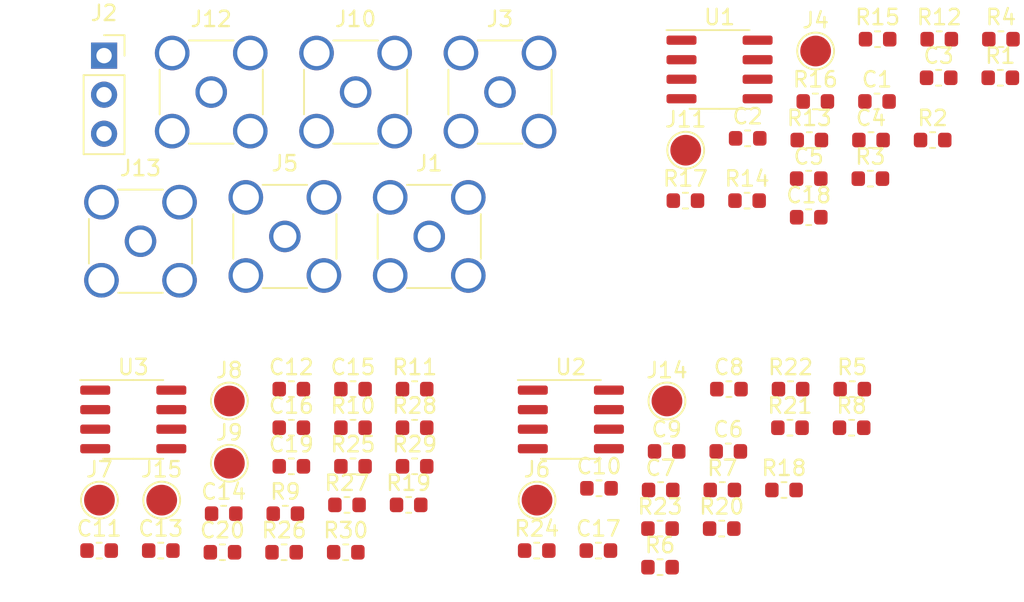
<source format=kicad_pcb>
(kicad_pcb (version 20171130) (host pcbnew "(5.1.2)-2")

  (general
    (thickness 1.6)
    (drawings 0)
    (tracks 0)
    (zones 0)
    (modules 68)
    (nets 37)
  )

  (page A4)
  (layers
    (0 F.Cu signal)
    (31 B.Cu signal)
    (32 B.Adhes user)
    (33 F.Adhes user)
    (34 B.Paste user)
    (35 F.Paste user)
    (36 B.SilkS user)
    (37 F.SilkS user)
    (38 B.Mask user)
    (39 F.Mask user)
    (40 Dwgs.User user)
    (41 Cmts.User user)
    (42 Eco1.User user)
    (43 Eco2.User user)
    (44 Edge.Cuts user)
    (45 Margin user)
    (46 B.CrtYd user)
    (47 F.CrtYd user)
    (48 B.Fab user)
    (49 F.Fab user)
  )

  (setup
    (last_trace_width 0.25)
    (trace_clearance 0.2)
    (zone_clearance 0.508)
    (zone_45_only no)
    (trace_min 0.2)
    (via_size 0.8)
    (via_drill 0.4)
    (via_min_size 0.4)
    (via_min_drill 0.3)
    (uvia_size 0.3)
    (uvia_drill 0.1)
    (uvias_allowed no)
    (uvia_min_size 0.2)
    (uvia_min_drill 0.1)
    (edge_width 0.05)
    (segment_width 0.2)
    (pcb_text_width 0.3)
    (pcb_text_size 1.5 1.5)
    (mod_edge_width 0.12)
    (mod_text_size 1 1)
    (mod_text_width 0.15)
    (pad_size 1.524 1.524)
    (pad_drill 0.762)
    (pad_to_mask_clearance 0.051)
    (solder_mask_min_width 0.25)
    (aux_axis_origin 0 0)
    (visible_elements 7FFFFFFF)
    (pcbplotparams
      (layerselection 0x010fc_ffffffff)
      (usegerberextensions false)
      (usegerberattributes false)
      (usegerberadvancedattributes false)
      (creategerberjobfile false)
      (excludeedgelayer true)
      (linewidth 0.100000)
      (plotframeref false)
      (viasonmask false)
      (mode 1)
      (useauxorigin false)
      (hpglpennumber 1)
      (hpglpenspeed 20)
      (hpglpendiameter 15.000000)
      (psnegative false)
      (psa4output false)
      (plotreference true)
      (plotvalue true)
      (plotinvisibletext false)
      (padsonsilk false)
      (subtractmaskfromsilk false)
      (outputformat 1)
      (mirror false)
      (drillshape 1)
      (scaleselection 1)
      (outputdirectory ""))
  )

  (net 0 "")
  (net 1 /VEE)
  (net 2 GND)
  (net 3 /VCC)
  (net 4 "Net-(C5-Pad2)")
  (net 5 "Net-(C10-Pad2)")
  (net 6 "Net-(C14-Pad2)")
  (net 7 "Net-(C15-Pad2)")
  (net 8 "Net-(C17-Pad2)")
  (net 9 "Net-(R5-Pad1)")
  (net 10 "Net-(R6-Pad2)")
  (net 11 "/Low noise amplifier/OUT_A")
  (net 12 "/High gain amplifier/OUT_A")
  (net 13 "Net-(C15-Pad1)")
  (net 14 "/High gain amplifier/OUT_B")
  (net 15 "Net-(C18-Pad2)")
  (net 16 "/Low noise amplifier/OUT_B")
  (net 17 "Net-(C19-Pad1)")
  (net 18 "Net-(C20-Pad2)")
  (net 19 "Net-(C20-Pad1)")
  (net 20 "/Low noise amplifier/signal_in_A")
  (net 21 "/Second order filtering/OUT_A")
  (net 22 "/Low noise amplifier/signal_in_B")
  (net 23 "/Second order filtering/OUT_B")
  (net 24 "Net-(J14-Pad1)")
  (net 25 "Net-(R1-Pad2)")
  (net 26 "Net-(R1-Pad1)")
  (net 27 "Net-(R3-Pad1)")
  (net 28 "Net-(R18-Pad2)")
  (net 29 "Net-(R11-Pad1)")
  (net 30 "Net-(R13-Pad1)")
  (net 31 "Net-(R14-Pad1)")
  (net 32 "Net-(R17-Pad2)")
  (net 33 "Net-(R21-Pad1)")
  (net 34 "Net-(R23-Pad2)")
  (net 35 "Net-(R23-Pad1)")
  (net 36 "Net-(R27-Pad1)")

  (net_class Default 这是默认网络类。
    (clearance 0.2)
    (trace_width 0.25)
    (via_dia 0.8)
    (via_drill 0.4)
    (uvia_dia 0.3)
    (uvia_drill 0.1)
    (add_net "/High gain amplifier/OUT_A")
    (add_net "/High gain amplifier/OUT_B")
    (add_net "/Low noise amplifier/OUT_A")
    (add_net "/Low noise amplifier/OUT_B")
    (add_net "/Low noise amplifier/signal_in_A")
    (add_net "/Low noise amplifier/signal_in_B")
    (add_net "/Second order filtering/OUT_A")
    (add_net "/Second order filtering/OUT_B")
    (add_net /VCC)
    (add_net /VEE)
    (add_net GND)
    (add_net "Net-(C10-Pad2)")
    (add_net "Net-(C14-Pad2)")
    (add_net "Net-(C15-Pad1)")
    (add_net "Net-(C15-Pad2)")
    (add_net "Net-(C17-Pad2)")
    (add_net "Net-(C18-Pad2)")
    (add_net "Net-(C19-Pad1)")
    (add_net "Net-(C20-Pad1)")
    (add_net "Net-(C20-Pad2)")
    (add_net "Net-(C5-Pad2)")
    (add_net "Net-(J14-Pad1)")
    (add_net "Net-(R1-Pad1)")
    (add_net "Net-(R1-Pad2)")
    (add_net "Net-(R11-Pad1)")
    (add_net "Net-(R13-Pad1)")
    (add_net "Net-(R14-Pad1)")
    (add_net "Net-(R17-Pad2)")
    (add_net "Net-(R18-Pad2)")
    (add_net "Net-(R21-Pad1)")
    (add_net "Net-(R23-Pad1)")
    (add_net "Net-(R23-Pad2)")
    (add_net "Net-(R27-Pad1)")
    (add_net "Net-(R3-Pad1)")
    (add_net "Net-(R5-Pad1)")
    (add_net "Net-(R6-Pad2)")
  )

  (module Capacitor_SMD:C_0603_1608Metric (layer F.Cu) (tedit 5B301BBE) (tstamp 5D1D8639)
    (at 171.475001 91.165001)
    (descr "Capacitor SMD 0603 (1608 Metric), square (rectangular) end terminal, IPC_7351 nominal, (Body size source: http://www.tortai-tech.com/upload/download/2011102023233369053.pdf), generated with kicad-footprint-generator")
    (tags capacitor)
    (path /5D1CB595/5D1E4B7D)
    (attr smd)
    (fp_text reference C1 (at 0 -1.43) (layer F.SilkS)
      (effects (font (size 1 1) (thickness 0.15)))
    )
    (fp_text value 0.1u (at 0 1.43) (layer F.Fab)
      (effects (font (size 1 1) (thickness 0.15)))
    )
    (fp_line (start -0.8 0.4) (end -0.8 -0.4) (layer F.Fab) (width 0.1))
    (fp_line (start -0.8 -0.4) (end 0.8 -0.4) (layer F.Fab) (width 0.1))
    (fp_line (start 0.8 -0.4) (end 0.8 0.4) (layer F.Fab) (width 0.1))
    (fp_line (start 0.8 0.4) (end -0.8 0.4) (layer F.Fab) (width 0.1))
    (fp_line (start -0.162779 -0.51) (end 0.162779 -0.51) (layer F.SilkS) (width 0.12))
    (fp_line (start -0.162779 0.51) (end 0.162779 0.51) (layer F.SilkS) (width 0.12))
    (fp_line (start -1.48 0.73) (end -1.48 -0.73) (layer F.CrtYd) (width 0.05))
    (fp_line (start -1.48 -0.73) (end 1.48 -0.73) (layer F.CrtYd) (width 0.05))
    (fp_line (start 1.48 -0.73) (end 1.48 0.73) (layer F.CrtYd) (width 0.05))
    (fp_line (start 1.48 0.73) (end -1.48 0.73) (layer F.CrtYd) (width 0.05))
    (fp_text user %R (at 0 0) (layer F.Fab)
      (effects (font (size 0.4 0.4) (thickness 0.06)))
    )
    (pad 1 smd roundrect (at -0.7875 0) (size 0.875 0.95) (layers F.Cu F.Paste F.Mask) (roundrect_rratio 0.25)
      (net 3 /VCC))
    (pad 2 smd roundrect (at 0.7875 0) (size 0.875 0.95) (layers F.Cu F.Paste F.Mask) (roundrect_rratio 0.25)
      (net 2 GND))
    (model ${KISYS3DMOD}/Capacitor_SMD.3dshapes/C_0603_1608Metric.wrl
      (at (xyz 0 0 0))
      (scale (xyz 1 1 1))
      (rotate (xyz 0 0 0))
    )
  )

  (module Capacitor_SMD:C_0603_1608Metric (layer F.Cu) (tedit 5B301BBE) (tstamp 5D1D864A)
    (at 163.065001 93.565001)
    (descr "Capacitor SMD 0603 (1608 Metric), square (rectangular) end terminal, IPC_7351 nominal, (Body size source: http://www.tortai-tech.com/upload/download/2011102023233369053.pdf), generated with kicad-footprint-generator")
    (tags capacitor)
    (path /5D1CB595/5D1E5916)
    (attr smd)
    (fp_text reference C2 (at 0 -1.43) (layer F.SilkS)
      (effects (font (size 1 1) (thickness 0.15)))
    )
    (fp_text value 10u (at 0 1.43) (layer F.Fab)
      (effects (font (size 1 1) (thickness 0.15)))
    )
    (fp_text user %R (at 0 0) (layer F.Fab)
      (effects (font (size 0.4 0.4) (thickness 0.06)))
    )
    (fp_line (start 1.48 0.73) (end -1.48 0.73) (layer F.CrtYd) (width 0.05))
    (fp_line (start 1.48 -0.73) (end 1.48 0.73) (layer F.CrtYd) (width 0.05))
    (fp_line (start -1.48 -0.73) (end 1.48 -0.73) (layer F.CrtYd) (width 0.05))
    (fp_line (start -1.48 0.73) (end -1.48 -0.73) (layer F.CrtYd) (width 0.05))
    (fp_line (start -0.162779 0.51) (end 0.162779 0.51) (layer F.SilkS) (width 0.12))
    (fp_line (start -0.162779 -0.51) (end 0.162779 -0.51) (layer F.SilkS) (width 0.12))
    (fp_line (start 0.8 0.4) (end -0.8 0.4) (layer F.Fab) (width 0.1))
    (fp_line (start 0.8 -0.4) (end 0.8 0.4) (layer F.Fab) (width 0.1))
    (fp_line (start -0.8 -0.4) (end 0.8 -0.4) (layer F.Fab) (width 0.1))
    (fp_line (start -0.8 0.4) (end -0.8 -0.4) (layer F.Fab) (width 0.1))
    (pad 2 smd roundrect (at 0.7875 0) (size 0.875 0.95) (layers F.Cu F.Paste F.Mask) (roundrect_rratio 0.25)
      (net 2 GND))
    (pad 1 smd roundrect (at -0.7875 0) (size 0.875 0.95) (layers F.Cu F.Paste F.Mask) (roundrect_rratio 0.25)
      (net 3 /VCC))
    (model ${KISYS3DMOD}/Capacitor_SMD.3dshapes/C_0603_1608Metric.wrl
      (at (xyz 0 0 0))
      (scale (xyz 1 1 1))
      (rotate (xyz 0 0 0))
    )
  )

  (module Capacitor_SMD:C_0603_1608Metric (layer F.Cu) (tedit 5B301BBE) (tstamp 5D1D865B)
    (at 175.485001 89.625001)
    (descr "Capacitor SMD 0603 (1608 Metric), square (rectangular) end terminal, IPC_7351 nominal, (Body size source: http://www.tortai-tech.com/upload/download/2011102023233369053.pdf), generated with kicad-footprint-generator")
    (tags capacitor)
    (path /5D1CB595/5D1DE114)
    (attr smd)
    (fp_text reference C3 (at 0 -1.43) (layer F.SilkS)
      (effects (font (size 1 1) (thickness 0.15)))
    )
    (fp_text value 0.1u (at 0 1.43) (layer F.Fab)
      (effects (font (size 1 1) (thickness 0.15)))
    )
    (fp_line (start -0.8 0.4) (end -0.8 -0.4) (layer F.Fab) (width 0.1))
    (fp_line (start -0.8 -0.4) (end 0.8 -0.4) (layer F.Fab) (width 0.1))
    (fp_line (start 0.8 -0.4) (end 0.8 0.4) (layer F.Fab) (width 0.1))
    (fp_line (start 0.8 0.4) (end -0.8 0.4) (layer F.Fab) (width 0.1))
    (fp_line (start -0.162779 -0.51) (end 0.162779 -0.51) (layer F.SilkS) (width 0.12))
    (fp_line (start -0.162779 0.51) (end 0.162779 0.51) (layer F.SilkS) (width 0.12))
    (fp_line (start -1.48 0.73) (end -1.48 -0.73) (layer F.CrtYd) (width 0.05))
    (fp_line (start -1.48 -0.73) (end 1.48 -0.73) (layer F.CrtYd) (width 0.05))
    (fp_line (start 1.48 -0.73) (end 1.48 0.73) (layer F.CrtYd) (width 0.05))
    (fp_line (start 1.48 0.73) (end -1.48 0.73) (layer F.CrtYd) (width 0.05))
    (fp_text user %R (at 0 0) (layer F.Fab)
      (effects (font (size 0.4 0.4) (thickness 0.06)))
    )
    (pad 1 smd roundrect (at -0.7875 0) (size 0.875 0.95) (layers F.Cu F.Paste F.Mask) (roundrect_rratio 0.25)
      (net 1 /VEE))
    (pad 2 smd roundrect (at 0.7875 0) (size 0.875 0.95) (layers F.Cu F.Paste F.Mask) (roundrect_rratio 0.25)
      (net 2 GND))
    (model ${KISYS3DMOD}/Capacitor_SMD.3dshapes/C_0603_1608Metric.wrl
      (at (xyz 0 0 0))
      (scale (xyz 1 1 1))
      (rotate (xyz 0 0 0))
    )
  )

  (module Capacitor_SMD:C_0603_1608Metric (layer F.Cu) (tedit 5B301BBE) (tstamp 5D1D866C)
    (at 171.085001 93.675001)
    (descr "Capacitor SMD 0603 (1608 Metric), square (rectangular) end terminal, IPC_7351 nominal, (Body size source: http://www.tortai-tech.com/upload/download/2011102023233369053.pdf), generated with kicad-footprint-generator")
    (tags capacitor)
    (path /5D1CB595/5D1DE7B3)
    (attr smd)
    (fp_text reference C4 (at 0 -1.43) (layer F.SilkS)
      (effects (font (size 1 1) (thickness 0.15)))
    )
    (fp_text value 10u (at 0 1.43) (layer F.Fab)
      (effects (font (size 1 1) (thickness 0.15)))
    )
    (fp_text user %R (at 0 0) (layer F.Fab)
      (effects (font (size 0.4 0.4) (thickness 0.06)))
    )
    (fp_line (start 1.48 0.73) (end -1.48 0.73) (layer F.CrtYd) (width 0.05))
    (fp_line (start 1.48 -0.73) (end 1.48 0.73) (layer F.CrtYd) (width 0.05))
    (fp_line (start -1.48 -0.73) (end 1.48 -0.73) (layer F.CrtYd) (width 0.05))
    (fp_line (start -1.48 0.73) (end -1.48 -0.73) (layer F.CrtYd) (width 0.05))
    (fp_line (start -0.162779 0.51) (end 0.162779 0.51) (layer F.SilkS) (width 0.12))
    (fp_line (start -0.162779 -0.51) (end 0.162779 -0.51) (layer F.SilkS) (width 0.12))
    (fp_line (start 0.8 0.4) (end -0.8 0.4) (layer F.Fab) (width 0.1))
    (fp_line (start 0.8 -0.4) (end 0.8 0.4) (layer F.Fab) (width 0.1))
    (fp_line (start -0.8 -0.4) (end 0.8 -0.4) (layer F.Fab) (width 0.1))
    (fp_line (start -0.8 0.4) (end -0.8 -0.4) (layer F.Fab) (width 0.1))
    (pad 2 smd roundrect (at 0.7875 0) (size 0.875 0.95) (layers F.Cu F.Paste F.Mask) (roundrect_rratio 0.25)
      (net 2 GND))
    (pad 1 smd roundrect (at -0.7875 0) (size 0.875 0.95) (layers F.Cu F.Paste F.Mask) (roundrect_rratio 0.25)
      (net 1 /VEE))
    (model ${KISYS3DMOD}/Capacitor_SMD.3dshapes/C_0603_1608Metric.wrl
      (at (xyz 0 0 0))
      (scale (xyz 1 1 1))
      (rotate (xyz 0 0 0))
    )
  )

  (module Capacitor_SMD:C_0603_1608Metric (layer F.Cu) (tedit 5B301BBE) (tstamp 5D1D867D)
    (at 167.035001 96.185001)
    (descr "Capacitor SMD 0603 (1608 Metric), square (rectangular) end terminal, IPC_7351 nominal, (Body size source: http://www.tortai-tech.com/upload/download/2011102023233369053.pdf), generated with kicad-footprint-generator")
    (tags capacitor)
    (path /5D1CB595/5D217C4C)
    (attr smd)
    (fp_text reference C5 (at 0 -1.43) (layer F.SilkS)
      (effects (font (size 1 1) (thickness 0.15)))
    )
    (fp_text value C (at 0 1.43) (layer F.Fab)
      (effects (font (size 1 1) (thickness 0.15)))
    )
    (fp_text user %R (at 0 0) (layer F.Fab)
      (effects (font (size 0.4 0.4) (thickness 0.06)))
    )
    (fp_line (start 1.48 0.73) (end -1.48 0.73) (layer F.CrtYd) (width 0.05))
    (fp_line (start 1.48 -0.73) (end 1.48 0.73) (layer F.CrtYd) (width 0.05))
    (fp_line (start -1.48 -0.73) (end 1.48 -0.73) (layer F.CrtYd) (width 0.05))
    (fp_line (start -1.48 0.73) (end -1.48 -0.73) (layer F.CrtYd) (width 0.05))
    (fp_line (start -0.162779 0.51) (end 0.162779 0.51) (layer F.SilkS) (width 0.12))
    (fp_line (start -0.162779 -0.51) (end 0.162779 -0.51) (layer F.SilkS) (width 0.12))
    (fp_line (start 0.8 0.4) (end -0.8 0.4) (layer F.Fab) (width 0.1))
    (fp_line (start 0.8 -0.4) (end 0.8 0.4) (layer F.Fab) (width 0.1))
    (fp_line (start -0.8 -0.4) (end 0.8 -0.4) (layer F.Fab) (width 0.1))
    (fp_line (start -0.8 0.4) (end -0.8 -0.4) (layer F.Fab) (width 0.1))
    (pad 2 smd roundrect (at 0.7875 0) (size 0.875 0.95) (layers F.Cu F.Paste F.Mask) (roundrect_rratio 0.25)
      (net 4 "Net-(C5-Pad2)"))
    (pad 1 smd roundrect (at -0.7875 0) (size 0.875 0.95) (layers F.Cu F.Paste F.Mask) (roundrect_rratio 0.25)
      (net 11 "/Low noise amplifier/OUT_A"))
    (model ${KISYS3DMOD}/Capacitor_SMD.3dshapes/C_0603_1608Metric.wrl
      (at (xyz 0 0 0))
      (scale (xyz 1 1 1))
      (rotate (xyz 0 0 0))
    )
  )

  (module Capacitor_SMD:C_0603_1608Metric (layer F.Cu) (tedit 5B301BBE) (tstamp 5D1D868E)
    (at 161.805001 113.925001)
    (descr "Capacitor SMD 0603 (1608 Metric), square (rectangular) end terminal, IPC_7351 nominal, (Body size source: http://www.tortai-tech.com/upload/download/2011102023233369053.pdf), generated with kicad-footprint-generator")
    (tags capacitor)
    (path /5D1F60FA/5D1F8135)
    (attr smd)
    (fp_text reference C6 (at 0 -1.43) (layer F.SilkS)
      (effects (font (size 1 1) (thickness 0.15)))
    )
    (fp_text value C (at 0 1.43) (layer F.Fab)
      (effects (font (size 1 1) (thickness 0.15)))
    )
    (fp_line (start -0.8 0.4) (end -0.8 -0.4) (layer F.Fab) (width 0.1))
    (fp_line (start -0.8 -0.4) (end 0.8 -0.4) (layer F.Fab) (width 0.1))
    (fp_line (start 0.8 -0.4) (end 0.8 0.4) (layer F.Fab) (width 0.1))
    (fp_line (start 0.8 0.4) (end -0.8 0.4) (layer F.Fab) (width 0.1))
    (fp_line (start -0.162779 -0.51) (end 0.162779 -0.51) (layer F.SilkS) (width 0.12))
    (fp_line (start -0.162779 0.51) (end 0.162779 0.51) (layer F.SilkS) (width 0.12))
    (fp_line (start -1.48 0.73) (end -1.48 -0.73) (layer F.CrtYd) (width 0.05))
    (fp_line (start -1.48 -0.73) (end 1.48 -0.73) (layer F.CrtYd) (width 0.05))
    (fp_line (start 1.48 -0.73) (end 1.48 0.73) (layer F.CrtYd) (width 0.05))
    (fp_line (start 1.48 0.73) (end -1.48 0.73) (layer F.CrtYd) (width 0.05))
    (fp_text user %R (at 0 0) (layer F.Fab)
      (effects (font (size 0.4 0.4) (thickness 0.06)))
    )
    (pad 1 smd roundrect (at -0.7875 0) (size 0.875 0.95) (layers F.Cu F.Paste F.Mask) (roundrect_rratio 0.25)
      (net 3 /VCC))
    (pad 2 smd roundrect (at 0.7875 0) (size 0.875 0.95) (layers F.Cu F.Paste F.Mask) (roundrect_rratio 0.25)
      (net 2 GND))
    (model ${KISYS3DMOD}/Capacitor_SMD.3dshapes/C_0603_1608Metric.wrl
      (at (xyz 0 0 0))
      (scale (xyz 1 1 1))
      (rotate (xyz 0 0 0))
    )
  )

  (module Capacitor_SMD:C_0603_1608Metric (layer F.Cu) (tedit 5B301BBE) (tstamp 5D1D869F)
    (at 157.405001 116.435001)
    (descr "Capacitor SMD 0603 (1608 Metric), square (rectangular) end terminal, IPC_7351 nominal, (Body size source: http://www.tortai-tech.com/upload/download/2011102023233369053.pdf), generated with kicad-footprint-generator")
    (tags capacitor)
    (path /5D1F60FA/5D207E3C)
    (attr smd)
    (fp_text reference C7 (at 0 -1.43) (layer F.SilkS)
      (effects (font (size 1 1) (thickness 0.15)))
    )
    (fp_text value C (at 0 1.43) (layer F.Fab)
      (effects (font (size 1 1) (thickness 0.15)))
    )
    (fp_line (start -0.8 0.4) (end -0.8 -0.4) (layer F.Fab) (width 0.1))
    (fp_line (start -0.8 -0.4) (end 0.8 -0.4) (layer F.Fab) (width 0.1))
    (fp_line (start 0.8 -0.4) (end 0.8 0.4) (layer F.Fab) (width 0.1))
    (fp_line (start 0.8 0.4) (end -0.8 0.4) (layer F.Fab) (width 0.1))
    (fp_line (start -0.162779 -0.51) (end 0.162779 -0.51) (layer F.SilkS) (width 0.12))
    (fp_line (start -0.162779 0.51) (end 0.162779 0.51) (layer F.SilkS) (width 0.12))
    (fp_line (start -1.48 0.73) (end -1.48 -0.73) (layer F.CrtYd) (width 0.05))
    (fp_line (start -1.48 -0.73) (end 1.48 -0.73) (layer F.CrtYd) (width 0.05))
    (fp_line (start 1.48 -0.73) (end 1.48 0.73) (layer F.CrtYd) (width 0.05))
    (fp_line (start 1.48 0.73) (end -1.48 0.73) (layer F.CrtYd) (width 0.05))
    (fp_text user %R (at 0 0) (layer F.Fab)
      (effects (font (size 0.4 0.4) (thickness 0.06)))
    )
    (pad 1 smd roundrect (at -0.7875 0) (size 0.875 0.95) (layers F.Cu F.Paste F.Mask) (roundrect_rratio 0.25)
      (net 3 /VCC))
    (pad 2 smd roundrect (at 0.7875 0) (size 0.875 0.95) (layers F.Cu F.Paste F.Mask) (roundrect_rratio 0.25)
      (net 2 GND))
    (model ${KISYS3DMOD}/Capacitor_SMD.3dshapes/C_0603_1608Metric.wrl
      (at (xyz 0 0 0))
      (scale (xyz 1 1 1))
      (rotate (xyz 0 0 0))
    )
  )

  (module Capacitor_SMD:C_0603_1608Metric (layer F.Cu) (tedit 5B301BBE) (tstamp 5D1D86B0)
    (at 161.845001 109.875001)
    (descr "Capacitor SMD 0603 (1608 Metric), square (rectangular) end terminal, IPC_7351 nominal, (Body size source: http://www.tortai-tech.com/upload/download/2011102023233369053.pdf), generated with kicad-footprint-generator")
    (tags capacitor)
    (path /5D1F60FA/5D209898)
    (attr smd)
    (fp_text reference C8 (at 0 -1.43) (layer F.SilkS)
      (effects (font (size 1 1) (thickness 0.15)))
    )
    (fp_text value C (at 0 1.43) (layer F.Fab)
      (effects (font (size 1 1) (thickness 0.15)))
    )
    (fp_text user %R (at 0 0) (layer F.Fab)
      (effects (font (size 0.4 0.4) (thickness 0.06)))
    )
    (fp_line (start 1.48 0.73) (end -1.48 0.73) (layer F.CrtYd) (width 0.05))
    (fp_line (start 1.48 -0.73) (end 1.48 0.73) (layer F.CrtYd) (width 0.05))
    (fp_line (start -1.48 -0.73) (end 1.48 -0.73) (layer F.CrtYd) (width 0.05))
    (fp_line (start -1.48 0.73) (end -1.48 -0.73) (layer F.CrtYd) (width 0.05))
    (fp_line (start -0.162779 0.51) (end 0.162779 0.51) (layer F.SilkS) (width 0.12))
    (fp_line (start -0.162779 -0.51) (end 0.162779 -0.51) (layer F.SilkS) (width 0.12))
    (fp_line (start 0.8 0.4) (end -0.8 0.4) (layer F.Fab) (width 0.1))
    (fp_line (start 0.8 -0.4) (end 0.8 0.4) (layer F.Fab) (width 0.1))
    (fp_line (start -0.8 -0.4) (end 0.8 -0.4) (layer F.Fab) (width 0.1))
    (fp_line (start -0.8 0.4) (end -0.8 -0.4) (layer F.Fab) (width 0.1))
    (pad 2 smd roundrect (at 0.7875 0) (size 0.875 0.95) (layers F.Cu F.Paste F.Mask) (roundrect_rratio 0.25)
      (net 2 GND))
    (pad 1 smd roundrect (at -0.7875 0) (size 0.875 0.95) (layers F.Cu F.Paste F.Mask) (roundrect_rratio 0.25)
      (net 1 /VEE))
    (model ${KISYS3DMOD}/Capacitor_SMD.3dshapes/C_0603_1608Metric.wrl
      (at (xyz 0 0 0))
      (scale (xyz 1 1 1))
      (rotate (xyz 0 0 0))
    )
  )

  (module Capacitor_SMD:C_0603_1608Metric (layer F.Cu) (tedit 5B301BBE) (tstamp 5D1D86C1)
    (at 157.795001 113.925001)
    (descr "Capacitor SMD 0603 (1608 Metric), square (rectangular) end terminal, IPC_7351 nominal, (Body size source: http://www.tortai-tech.com/upload/download/2011102023233369053.pdf), generated with kicad-footprint-generator")
    (tags capacitor)
    (path /5D1F60FA/5D20A2BC)
    (attr smd)
    (fp_text reference C9 (at 0 -1.43) (layer F.SilkS)
      (effects (font (size 1 1) (thickness 0.15)))
    )
    (fp_text value C (at 0 1.43) (layer F.Fab)
      (effects (font (size 1 1) (thickness 0.15)))
    )
    (fp_line (start -0.8 0.4) (end -0.8 -0.4) (layer F.Fab) (width 0.1))
    (fp_line (start -0.8 -0.4) (end 0.8 -0.4) (layer F.Fab) (width 0.1))
    (fp_line (start 0.8 -0.4) (end 0.8 0.4) (layer F.Fab) (width 0.1))
    (fp_line (start 0.8 0.4) (end -0.8 0.4) (layer F.Fab) (width 0.1))
    (fp_line (start -0.162779 -0.51) (end 0.162779 -0.51) (layer F.SilkS) (width 0.12))
    (fp_line (start -0.162779 0.51) (end 0.162779 0.51) (layer F.SilkS) (width 0.12))
    (fp_line (start -1.48 0.73) (end -1.48 -0.73) (layer F.CrtYd) (width 0.05))
    (fp_line (start -1.48 -0.73) (end 1.48 -0.73) (layer F.CrtYd) (width 0.05))
    (fp_line (start 1.48 -0.73) (end 1.48 0.73) (layer F.CrtYd) (width 0.05))
    (fp_line (start 1.48 0.73) (end -1.48 0.73) (layer F.CrtYd) (width 0.05))
    (fp_text user %R (at 0 0) (layer F.Fab)
      (effects (font (size 0.4 0.4) (thickness 0.06)))
    )
    (pad 1 smd roundrect (at -0.7875 0) (size 0.875 0.95) (layers F.Cu F.Paste F.Mask) (roundrect_rratio 0.25)
      (net 1 /VEE))
    (pad 2 smd roundrect (at 0.7875 0) (size 0.875 0.95) (layers F.Cu F.Paste F.Mask) (roundrect_rratio 0.25)
      (net 2 GND))
    (model ${KISYS3DMOD}/Capacitor_SMD.3dshapes/C_0603_1608Metric.wrl
      (at (xyz 0 0 0))
      (scale (xyz 1 1 1))
      (rotate (xyz 0 0 0))
    )
  )

  (module Capacitor_SMD:C_0603_1608Metric (layer F.Cu) (tedit 5B301BBE) (tstamp 5D1D86D2)
    (at 153.395001 116.325001)
    (descr "Capacitor SMD 0603 (1608 Metric), square (rectangular) end terminal, IPC_7351 nominal, (Body size source: http://www.tortai-tech.com/upload/download/2011102023233369053.pdf), generated with kicad-footprint-generator")
    (tags capacitor)
    (path /5D1F60FA/5D205372)
    (attr smd)
    (fp_text reference C10 (at 0 -1.43) (layer F.SilkS)
      (effects (font (size 1 1) (thickness 0.15)))
    )
    (fp_text value C (at 0 1.43) (layer F.Fab)
      (effects (font (size 1 1) (thickness 0.15)))
    )
    (fp_line (start -0.8 0.4) (end -0.8 -0.4) (layer F.Fab) (width 0.1))
    (fp_line (start -0.8 -0.4) (end 0.8 -0.4) (layer F.Fab) (width 0.1))
    (fp_line (start 0.8 -0.4) (end 0.8 0.4) (layer F.Fab) (width 0.1))
    (fp_line (start 0.8 0.4) (end -0.8 0.4) (layer F.Fab) (width 0.1))
    (fp_line (start -0.162779 -0.51) (end 0.162779 -0.51) (layer F.SilkS) (width 0.12))
    (fp_line (start -0.162779 0.51) (end 0.162779 0.51) (layer F.SilkS) (width 0.12))
    (fp_line (start -1.48 0.73) (end -1.48 -0.73) (layer F.CrtYd) (width 0.05))
    (fp_line (start -1.48 -0.73) (end 1.48 -0.73) (layer F.CrtYd) (width 0.05))
    (fp_line (start 1.48 -0.73) (end 1.48 0.73) (layer F.CrtYd) (width 0.05))
    (fp_line (start 1.48 0.73) (end -1.48 0.73) (layer F.CrtYd) (width 0.05))
    (fp_text user %R (at 0 0) (layer F.Fab)
      (effects (font (size 0.4 0.4) (thickness 0.06)))
    )
    (pad 1 smd roundrect (at -0.7875 0) (size 0.875 0.95) (layers F.Cu F.Paste F.Mask) (roundrect_rratio 0.25)
      (net 12 "/High gain amplifier/OUT_A"))
    (pad 2 smd roundrect (at 0.7875 0) (size 0.875 0.95) (layers F.Cu F.Paste F.Mask) (roundrect_rratio 0.25)
      (net 5 "Net-(C10-Pad2)"))
    (model ${KISYS3DMOD}/Capacitor_SMD.3dshapes/C_0603_1608Metric.wrl
      (at (xyz 0 0 0))
      (scale (xyz 1 1 1))
      (rotate (xyz 0 0 0))
    )
  )

  (module Capacitor_SMD:C_0603_1608Metric (layer F.Cu) (tedit 5B301BBE) (tstamp 5D1D86E3)
    (at 120.885001 120.375001)
    (descr "Capacitor SMD 0603 (1608 Metric), square (rectangular) end terminal, IPC_7351 nominal, (Body size source: http://www.tortai-tech.com/upload/download/2011102023233369053.pdf), generated with kicad-footprint-generator")
    (tags capacitor)
    (path /5D20E2F1/5D2195F6)
    (attr smd)
    (fp_text reference C11 (at 0 -1.43) (layer F.SilkS)
      (effects (font (size 1 1) (thickness 0.15)))
    )
    (fp_text value C (at 0 1.43) (layer F.Fab)
      (effects (font (size 1 1) (thickness 0.15)))
    )
    (fp_text user %R (at 0 0) (layer F.Fab)
      (effects (font (size 0.4 0.4) (thickness 0.06)))
    )
    (fp_line (start 1.48 0.73) (end -1.48 0.73) (layer F.CrtYd) (width 0.05))
    (fp_line (start 1.48 -0.73) (end 1.48 0.73) (layer F.CrtYd) (width 0.05))
    (fp_line (start -1.48 -0.73) (end 1.48 -0.73) (layer F.CrtYd) (width 0.05))
    (fp_line (start -1.48 0.73) (end -1.48 -0.73) (layer F.CrtYd) (width 0.05))
    (fp_line (start -0.162779 0.51) (end 0.162779 0.51) (layer F.SilkS) (width 0.12))
    (fp_line (start -0.162779 -0.51) (end 0.162779 -0.51) (layer F.SilkS) (width 0.12))
    (fp_line (start 0.8 0.4) (end -0.8 0.4) (layer F.Fab) (width 0.1))
    (fp_line (start 0.8 -0.4) (end 0.8 0.4) (layer F.Fab) (width 0.1))
    (fp_line (start -0.8 -0.4) (end 0.8 -0.4) (layer F.Fab) (width 0.1))
    (fp_line (start -0.8 0.4) (end -0.8 -0.4) (layer F.Fab) (width 0.1))
    (pad 2 smd roundrect (at 0.7875 0) (size 0.875 0.95) (layers F.Cu F.Paste F.Mask) (roundrect_rratio 0.25)
      (net 3 /VCC))
    (pad 1 smd roundrect (at -0.7875 0) (size 0.875 0.95) (layers F.Cu F.Paste F.Mask) (roundrect_rratio 0.25)
      (net 2 GND))
    (model ${KISYS3DMOD}/Capacitor_SMD.3dshapes/C_0603_1608Metric.wrl
      (at (xyz 0 0 0))
      (scale (xyz 1 1 1))
      (rotate (xyz 0 0 0))
    )
  )

  (module Capacitor_SMD:C_0603_1608Metric (layer F.Cu) (tedit 5B301BBE) (tstamp 5D1D86F4)
    (at 133.385001 109.875001)
    (descr "Capacitor SMD 0603 (1608 Metric), square (rectangular) end terminal, IPC_7351 nominal, (Body size source: http://www.tortai-tech.com/upload/download/2011102023233369053.pdf), generated with kicad-footprint-generator")
    (tags capacitor)
    (path /5D20E2F1/5D219A74)
    (attr smd)
    (fp_text reference C12 (at 0 -1.43) (layer F.SilkS)
      (effects (font (size 1 1) (thickness 0.15)))
    )
    (fp_text value C (at 0 1.43) (layer F.Fab)
      (effects (font (size 1 1) (thickness 0.15)))
    )
    (fp_line (start -0.8 0.4) (end -0.8 -0.4) (layer F.Fab) (width 0.1))
    (fp_line (start -0.8 -0.4) (end 0.8 -0.4) (layer F.Fab) (width 0.1))
    (fp_line (start 0.8 -0.4) (end 0.8 0.4) (layer F.Fab) (width 0.1))
    (fp_line (start 0.8 0.4) (end -0.8 0.4) (layer F.Fab) (width 0.1))
    (fp_line (start -0.162779 -0.51) (end 0.162779 -0.51) (layer F.SilkS) (width 0.12))
    (fp_line (start -0.162779 0.51) (end 0.162779 0.51) (layer F.SilkS) (width 0.12))
    (fp_line (start -1.48 0.73) (end -1.48 -0.73) (layer F.CrtYd) (width 0.05))
    (fp_line (start -1.48 -0.73) (end 1.48 -0.73) (layer F.CrtYd) (width 0.05))
    (fp_line (start 1.48 -0.73) (end 1.48 0.73) (layer F.CrtYd) (width 0.05))
    (fp_line (start 1.48 0.73) (end -1.48 0.73) (layer F.CrtYd) (width 0.05))
    (fp_text user %R (at 0 0) (layer F.Fab)
      (effects (font (size 0.4 0.4) (thickness 0.06)))
    )
    (pad 1 smd roundrect (at -0.7875 0) (size 0.875 0.95) (layers F.Cu F.Paste F.Mask) (roundrect_rratio 0.25)
      (net 2 GND))
    (pad 2 smd roundrect (at 0.7875 0) (size 0.875 0.95) (layers F.Cu F.Paste F.Mask) (roundrect_rratio 0.25)
      (net 3 /VCC))
    (model ${KISYS3DMOD}/Capacitor_SMD.3dshapes/C_0603_1608Metric.wrl
      (at (xyz 0 0 0))
      (scale (xyz 1 1 1))
      (rotate (xyz 0 0 0))
    )
  )

  (module Capacitor_SMD:C_0603_1608Metric (layer F.Cu) (tedit 5B301BBE) (tstamp 5D1D8705)
    (at 124.895001 120.375001)
    (descr "Capacitor SMD 0603 (1608 Metric), square (rectangular) end terminal, IPC_7351 nominal, (Body size source: http://www.tortai-tech.com/upload/download/2011102023233369053.pdf), generated with kicad-footprint-generator")
    (tags capacitor)
    (path /5D20E2F1/5D215041)
    (attr smd)
    (fp_text reference C13 (at 0 -1.43) (layer F.SilkS)
      (effects (font (size 1 1) (thickness 0.15)))
    )
    (fp_text value C (at 0 1.43) (layer F.Fab)
      (effects (font (size 1 1) (thickness 0.15)))
    )
    (fp_line (start -0.8 0.4) (end -0.8 -0.4) (layer F.Fab) (width 0.1))
    (fp_line (start -0.8 -0.4) (end 0.8 -0.4) (layer F.Fab) (width 0.1))
    (fp_line (start 0.8 -0.4) (end 0.8 0.4) (layer F.Fab) (width 0.1))
    (fp_line (start 0.8 0.4) (end -0.8 0.4) (layer F.Fab) (width 0.1))
    (fp_line (start -0.162779 -0.51) (end 0.162779 -0.51) (layer F.SilkS) (width 0.12))
    (fp_line (start -0.162779 0.51) (end 0.162779 0.51) (layer F.SilkS) (width 0.12))
    (fp_line (start -1.48 0.73) (end -1.48 -0.73) (layer F.CrtYd) (width 0.05))
    (fp_line (start -1.48 -0.73) (end 1.48 -0.73) (layer F.CrtYd) (width 0.05))
    (fp_line (start 1.48 -0.73) (end 1.48 0.73) (layer F.CrtYd) (width 0.05))
    (fp_line (start 1.48 0.73) (end -1.48 0.73) (layer F.CrtYd) (width 0.05))
    (fp_text user %R (at 0 0) (layer F.Fab)
      (effects (font (size 0.4 0.4) (thickness 0.06)))
    )
    (pad 1 smd roundrect (at -0.7875 0) (size 0.875 0.95) (layers F.Cu F.Paste F.Mask) (roundrect_rratio 0.25)
      (net 2 GND))
    (pad 2 smd roundrect (at 0.7875 0) (size 0.875 0.95) (layers F.Cu F.Paste F.Mask) (roundrect_rratio 0.25)
      (net 1 /VEE))
    (model ${KISYS3DMOD}/Capacitor_SMD.3dshapes/C_0603_1608Metric.wrl
      (at (xyz 0 0 0))
      (scale (xyz 1 1 1))
      (rotate (xyz 0 0 0))
    )
  )

  (module Capacitor_SMD:C_0603_1608Metric (layer F.Cu) (tedit 5B301BBE) (tstamp 5D1D8716)
    (at 128.985001 117.975001)
    (descr "Capacitor SMD 0603 (1608 Metric), square (rectangular) end terminal, IPC_7351 nominal, (Body size source: http://www.tortai-tech.com/upload/download/2011102023233369053.pdf), generated with kicad-footprint-generator")
    (tags capacitor)
    (path /5D20E2F1/5D21824B)
    (attr smd)
    (fp_text reference C14 (at 0 -1.43) (layer F.SilkS)
      (effects (font (size 1 1) (thickness 0.15)))
    )
    (fp_text value C (at 0 1.43) (layer F.Fab)
      (effects (font (size 1 1) (thickness 0.15)))
    )
    (fp_text user %R (at 0 0) (layer F.Fab)
      (effects (font (size 0.4 0.4) (thickness 0.06)))
    )
    (fp_line (start 1.48 0.73) (end -1.48 0.73) (layer F.CrtYd) (width 0.05))
    (fp_line (start 1.48 -0.73) (end 1.48 0.73) (layer F.CrtYd) (width 0.05))
    (fp_line (start -1.48 -0.73) (end 1.48 -0.73) (layer F.CrtYd) (width 0.05))
    (fp_line (start -1.48 0.73) (end -1.48 -0.73) (layer F.CrtYd) (width 0.05))
    (fp_line (start -0.162779 0.51) (end 0.162779 0.51) (layer F.SilkS) (width 0.12))
    (fp_line (start -0.162779 -0.51) (end 0.162779 -0.51) (layer F.SilkS) (width 0.12))
    (fp_line (start 0.8 0.4) (end -0.8 0.4) (layer F.Fab) (width 0.1))
    (fp_line (start 0.8 -0.4) (end 0.8 0.4) (layer F.Fab) (width 0.1))
    (fp_line (start -0.8 -0.4) (end 0.8 -0.4) (layer F.Fab) (width 0.1))
    (fp_line (start -0.8 0.4) (end -0.8 -0.4) (layer F.Fab) (width 0.1))
    (pad 2 smd roundrect (at 0.7875 0) (size 0.875 0.95) (layers F.Cu F.Paste F.Mask) (roundrect_rratio 0.25)
      (net 6 "Net-(C14-Pad2)"))
    (pad 1 smd roundrect (at -0.7875 0) (size 0.875 0.95) (layers F.Cu F.Paste F.Mask) (roundrect_rratio 0.25)
      (net 2 GND))
    (model ${KISYS3DMOD}/Capacitor_SMD.3dshapes/C_0603_1608Metric.wrl
      (at (xyz 0 0 0))
      (scale (xyz 1 1 1))
      (rotate (xyz 0 0 0))
    )
  )

  (module Capacitor_SMD:C_0603_1608Metric (layer F.Cu) (tedit 5B301BBE) (tstamp 5D1D8727)
    (at 137.395001 109.875001)
    (descr "Capacitor SMD 0603 (1608 Metric), square (rectangular) end terminal, IPC_7351 nominal, (Body size source: http://www.tortai-tech.com/upload/download/2011102023233369053.pdf), generated with kicad-footprint-generator")
    (tags capacitor)
    (path /5D20E2F1/5D20F561)
    (attr smd)
    (fp_text reference C15 (at 0 -1.43) (layer F.SilkS)
      (effects (font (size 1 1) (thickness 0.15)))
    )
    (fp_text value C (at 0 1.43) (layer F.Fab)
      (effects (font (size 1 1) (thickness 0.15)))
    )
    (fp_text user %R (at 0 0) (layer F.Fab)
      (effects (font (size 0.4 0.4) (thickness 0.06)))
    )
    (fp_line (start 1.48 0.73) (end -1.48 0.73) (layer F.CrtYd) (width 0.05))
    (fp_line (start 1.48 -0.73) (end 1.48 0.73) (layer F.CrtYd) (width 0.05))
    (fp_line (start -1.48 -0.73) (end 1.48 -0.73) (layer F.CrtYd) (width 0.05))
    (fp_line (start -1.48 0.73) (end -1.48 -0.73) (layer F.CrtYd) (width 0.05))
    (fp_line (start -0.162779 0.51) (end 0.162779 0.51) (layer F.SilkS) (width 0.12))
    (fp_line (start -0.162779 -0.51) (end 0.162779 -0.51) (layer F.SilkS) (width 0.12))
    (fp_line (start 0.8 0.4) (end -0.8 0.4) (layer F.Fab) (width 0.1))
    (fp_line (start 0.8 -0.4) (end 0.8 0.4) (layer F.Fab) (width 0.1))
    (fp_line (start -0.8 -0.4) (end 0.8 -0.4) (layer F.Fab) (width 0.1))
    (fp_line (start -0.8 0.4) (end -0.8 -0.4) (layer F.Fab) (width 0.1))
    (pad 2 smd roundrect (at 0.7875 0) (size 0.875 0.95) (layers F.Cu F.Paste F.Mask) (roundrect_rratio 0.25)
      (net 7 "Net-(C15-Pad2)"))
    (pad 1 smd roundrect (at -0.7875 0) (size 0.875 0.95) (layers F.Cu F.Paste F.Mask) (roundrect_rratio 0.25)
      (net 13 "Net-(C15-Pad1)"))
    (model ${KISYS3DMOD}/Capacitor_SMD.3dshapes/C_0603_1608Metric.wrl
      (at (xyz 0 0 0))
      (scale (xyz 1 1 1))
      (rotate (xyz 0 0 0))
    )
  )

  (module Capacitor_SMD:C_0603_1608Metric (layer F.Cu) (tedit 5B301BBE) (tstamp 5D1D8738)
    (at 133.385001 112.385001)
    (descr "Capacitor SMD 0603 (1608 Metric), square (rectangular) end terminal, IPC_7351 nominal, (Body size source: http://www.tortai-tech.com/upload/download/2011102023233369053.pdf), generated with kicad-footprint-generator")
    (tags capacitor)
    (path /5D20E2F1/5D216863)
    (attr smd)
    (fp_text reference C16 (at 0 -1.43) (layer F.SilkS)
      (effects (font (size 1 1) (thickness 0.15)))
    )
    (fp_text value C (at 0 1.43) (layer F.Fab)
      (effects (font (size 1 1) (thickness 0.15)))
    )
    (fp_text user %R (at 0 0) (layer F.Fab)
      (effects (font (size 0.4 0.4) (thickness 0.06)))
    )
    (fp_line (start 1.48 0.73) (end -1.48 0.73) (layer F.CrtYd) (width 0.05))
    (fp_line (start 1.48 -0.73) (end 1.48 0.73) (layer F.CrtYd) (width 0.05))
    (fp_line (start -1.48 -0.73) (end 1.48 -0.73) (layer F.CrtYd) (width 0.05))
    (fp_line (start -1.48 0.73) (end -1.48 -0.73) (layer F.CrtYd) (width 0.05))
    (fp_line (start -0.162779 0.51) (end 0.162779 0.51) (layer F.SilkS) (width 0.12))
    (fp_line (start -0.162779 -0.51) (end 0.162779 -0.51) (layer F.SilkS) (width 0.12))
    (fp_line (start 0.8 0.4) (end -0.8 0.4) (layer F.Fab) (width 0.1))
    (fp_line (start 0.8 -0.4) (end 0.8 0.4) (layer F.Fab) (width 0.1))
    (fp_line (start -0.8 -0.4) (end 0.8 -0.4) (layer F.Fab) (width 0.1))
    (fp_line (start -0.8 0.4) (end -0.8 -0.4) (layer F.Fab) (width 0.1))
    (pad 2 smd roundrect (at 0.7875 0) (size 0.875 0.95) (layers F.Cu F.Paste F.Mask) (roundrect_rratio 0.25)
      (net 1 /VEE))
    (pad 1 smd roundrect (at -0.7875 0) (size 0.875 0.95) (layers F.Cu F.Paste F.Mask) (roundrect_rratio 0.25)
      (net 2 GND))
    (model ${KISYS3DMOD}/Capacitor_SMD.3dshapes/C_0603_1608Metric.wrl
      (at (xyz 0 0 0))
      (scale (xyz 1 1 1))
      (rotate (xyz 0 0 0))
    )
  )

  (module Capacitor_SMD:C_0603_1608Metric (layer F.Cu) (tedit 5B301BBE) (tstamp 5D1D8749)
    (at 153.355001 120.375001)
    (descr "Capacitor SMD 0603 (1608 Metric), square (rectangular) end terminal, IPC_7351 nominal, (Body size source: http://www.tortai-tech.com/upload/download/2011102023233369053.pdf), generated with kicad-footprint-generator")
    (tags capacitor)
    (path /5D1F60FA/5D22F6F8)
    (attr smd)
    (fp_text reference C17 (at 0 -1.43) (layer F.SilkS)
      (effects (font (size 1 1) (thickness 0.15)))
    )
    (fp_text value C (at 0 1.43) (layer F.Fab)
      (effects (font (size 1 1) (thickness 0.15)))
    )
    (fp_line (start -0.8 0.4) (end -0.8 -0.4) (layer F.Fab) (width 0.1))
    (fp_line (start -0.8 -0.4) (end 0.8 -0.4) (layer F.Fab) (width 0.1))
    (fp_line (start 0.8 -0.4) (end 0.8 0.4) (layer F.Fab) (width 0.1))
    (fp_line (start 0.8 0.4) (end -0.8 0.4) (layer F.Fab) (width 0.1))
    (fp_line (start -0.162779 -0.51) (end 0.162779 -0.51) (layer F.SilkS) (width 0.12))
    (fp_line (start -0.162779 0.51) (end 0.162779 0.51) (layer F.SilkS) (width 0.12))
    (fp_line (start -1.48 0.73) (end -1.48 -0.73) (layer F.CrtYd) (width 0.05))
    (fp_line (start -1.48 -0.73) (end 1.48 -0.73) (layer F.CrtYd) (width 0.05))
    (fp_line (start 1.48 -0.73) (end 1.48 0.73) (layer F.CrtYd) (width 0.05))
    (fp_line (start 1.48 0.73) (end -1.48 0.73) (layer F.CrtYd) (width 0.05))
    (fp_text user %R (at 0 0) (layer F.Fab)
      (effects (font (size 0.4 0.4) (thickness 0.06)))
    )
    (pad 1 smd roundrect (at -0.7875 0) (size 0.875 0.95) (layers F.Cu F.Paste F.Mask) (roundrect_rratio 0.25)
      (net 14 "/High gain amplifier/OUT_B"))
    (pad 2 smd roundrect (at 0.7875 0) (size 0.875 0.95) (layers F.Cu F.Paste F.Mask) (roundrect_rratio 0.25)
      (net 8 "Net-(C17-Pad2)"))
    (model ${KISYS3DMOD}/Capacitor_SMD.3dshapes/C_0603_1608Metric.wrl
      (at (xyz 0 0 0))
      (scale (xyz 1 1 1))
      (rotate (xyz 0 0 0))
    )
  )

  (module Capacitor_SMD:C_0603_1608Metric (layer F.Cu) (tedit 5B301BBE) (tstamp 5D1D875A)
    (at 167.035001 98.695001)
    (descr "Capacitor SMD 0603 (1608 Metric), square (rectangular) end terminal, IPC_7351 nominal, (Body size source: http://www.tortai-tech.com/upload/download/2011102023233369053.pdf), generated with kicad-footprint-generator")
    (tags capacitor)
    (path /5D1CB595/5D1E4A1C)
    (attr smd)
    (fp_text reference C18 (at 0 -1.43) (layer F.SilkS)
      (effects (font (size 1 1) (thickness 0.15)))
    )
    (fp_text value C (at 0 1.43) (layer F.Fab)
      (effects (font (size 1 1) (thickness 0.15)))
    )
    (fp_text user %R (at 0 0) (layer F.Fab)
      (effects (font (size 0.4 0.4) (thickness 0.06)))
    )
    (fp_line (start 1.48 0.73) (end -1.48 0.73) (layer F.CrtYd) (width 0.05))
    (fp_line (start 1.48 -0.73) (end 1.48 0.73) (layer F.CrtYd) (width 0.05))
    (fp_line (start -1.48 -0.73) (end 1.48 -0.73) (layer F.CrtYd) (width 0.05))
    (fp_line (start -1.48 0.73) (end -1.48 -0.73) (layer F.CrtYd) (width 0.05))
    (fp_line (start -0.162779 0.51) (end 0.162779 0.51) (layer F.SilkS) (width 0.12))
    (fp_line (start -0.162779 -0.51) (end 0.162779 -0.51) (layer F.SilkS) (width 0.12))
    (fp_line (start 0.8 0.4) (end -0.8 0.4) (layer F.Fab) (width 0.1))
    (fp_line (start 0.8 -0.4) (end 0.8 0.4) (layer F.Fab) (width 0.1))
    (fp_line (start -0.8 -0.4) (end 0.8 -0.4) (layer F.Fab) (width 0.1))
    (fp_line (start -0.8 0.4) (end -0.8 -0.4) (layer F.Fab) (width 0.1))
    (pad 2 smd roundrect (at 0.7875 0) (size 0.875 0.95) (layers F.Cu F.Paste F.Mask) (roundrect_rratio 0.25)
      (net 15 "Net-(C18-Pad2)"))
    (pad 1 smd roundrect (at -0.7875 0) (size 0.875 0.95) (layers F.Cu F.Paste F.Mask) (roundrect_rratio 0.25)
      (net 16 "/Low noise amplifier/OUT_B"))
    (model ${KISYS3DMOD}/Capacitor_SMD.3dshapes/C_0603_1608Metric.wrl
      (at (xyz 0 0 0))
      (scale (xyz 1 1 1))
      (rotate (xyz 0 0 0))
    )
  )

  (module Capacitor_SMD:C_0603_1608Metric (layer F.Cu) (tedit 5B301BBE) (tstamp 5D1D876B)
    (at 133.385001 114.895001)
    (descr "Capacitor SMD 0603 (1608 Metric), square (rectangular) end terminal, IPC_7351 nominal, (Body size source: http://www.tortai-tech.com/upload/download/2011102023233369053.pdf), generated with kicad-footprint-generator")
    (tags capacitor)
    (path /5D20E2F1/5D269E34)
    (attr smd)
    (fp_text reference C19 (at 0 -1.43) (layer F.SilkS)
      (effects (font (size 1 1) (thickness 0.15)))
    )
    (fp_text value C (at 0 1.43) (layer F.Fab)
      (effects (font (size 1 1) (thickness 0.15)))
    )
    (fp_line (start -0.8 0.4) (end -0.8 -0.4) (layer F.Fab) (width 0.1))
    (fp_line (start -0.8 -0.4) (end 0.8 -0.4) (layer F.Fab) (width 0.1))
    (fp_line (start 0.8 -0.4) (end 0.8 0.4) (layer F.Fab) (width 0.1))
    (fp_line (start 0.8 0.4) (end -0.8 0.4) (layer F.Fab) (width 0.1))
    (fp_line (start -0.162779 -0.51) (end 0.162779 -0.51) (layer F.SilkS) (width 0.12))
    (fp_line (start -0.162779 0.51) (end 0.162779 0.51) (layer F.SilkS) (width 0.12))
    (fp_line (start -1.48 0.73) (end -1.48 -0.73) (layer F.CrtYd) (width 0.05))
    (fp_line (start -1.48 -0.73) (end 1.48 -0.73) (layer F.CrtYd) (width 0.05))
    (fp_line (start 1.48 -0.73) (end 1.48 0.73) (layer F.CrtYd) (width 0.05))
    (fp_line (start 1.48 0.73) (end -1.48 0.73) (layer F.CrtYd) (width 0.05))
    (fp_text user %R (at 0 0) (layer F.Fab)
      (effects (font (size 0.4 0.4) (thickness 0.06)))
    )
    (pad 1 smd roundrect (at -0.7875 0) (size 0.875 0.95) (layers F.Cu F.Paste F.Mask) (roundrect_rratio 0.25)
      (net 17 "Net-(C19-Pad1)"))
    (pad 2 smd roundrect (at 0.7875 0) (size 0.875 0.95) (layers F.Cu F.Paste F.Mask) (roundrect_rratio 0.25)
      (net 2 GND))
    (model ${KISYS3DMOD}/Capacitor_SMD.3dshapes/C_0603_1608Metric.wrl
      (at (xyz 0 0 0))
      (scale (xyz 1 1 1))
      (rotate (xyz 0 0 0))
    )
  )

  (module Capacitor_SMD:C_0603_1608Metric (layer F.Cu) (tedit 5B301BBE) (tstamp 5D1D877C)
    (at 128.905001 120.485001)
    (descr "Capacitor SMD 0603 (1608 Metric), square (rectangular) end terminal, IPC_7351 nominal, (Body size source: http://www.tortai-tech.com/upload/download/2011102023233369053.pdf), generated with kicad-footprint-generator")
    (tags capacitor)
    (path /5D20E2F1/5D2A4B53)
    (attr smd)
    (fp_text reference C20 (at 0 -1.43) (layer F.SilkS)
      (effects (font (size 1 1) (thickness 0.15)))
    )
    (fp_text value C (at 0 1.43) (layer F.Fab)
      (effects (font (size 1 1) (thickness 0.15)))
    )
    (fp_text user %R (at 0 0) (layer F.Fab)
      (effects (font (size 0.4 0.4) (thickness 0.06)))
    )
    (fp_line (start 1.48 0.73) (end -1.48 0.73) (layer F.CrtYd) (width 0.05))
    (fp_line (start 1.48 -0.73) (end 1.48 0.73) (layer F.CrtYd) (width 0.05))
    (fp_line (start -1.48 -0.73) (end 1.48 -0.73) (layer F.CrtYd) (width 0.05))
    (fp_line (start -1.48 0.73) (end -1.48 -0.73) (layer F.CrtYd) (width 0.05))
    (fp_line (start -0.162779 0.51) (end 0.162779 0.51) (layer F.SilkS) (width 0.12))
    (fp_line (start -0.162779 -0.51) (end 0.162779 -0.51) (layer F.SilkS) (width 0.12))
    (fp_line (start 0.8 0.4) (end -0.8 0.4) (layer F.Fab) (width 0.1))
    (fp_line (start 0.8 -0.4) (end 0.8 0.4) (layer F.Fab) (width 0.1))
    (fp_line (start -0.8 -0.4) (end 0.8 -0.4) (layer F.Fab) (width 0.1))
    (fp_line (start -0.8 0.4) (end -0.8 -0.4) (layer F.Fab) (width 0.1))
    (pad 2 smd roundrect (at 0.7875 0) (size 0.875 0.95) (layers F.Cu F.Paste F.Mask) (roundrect_rratio 0.25)
      (net 18 "Net-(C20-Pad2)"))
    (pad 1 smd roundrect (at -0.7875 0) (size 0.875 0.95) (layers F.Cu F.Paste F.Mask) (roundrect_rratio 0.25)
      (net 19 "Net-(C20-Pad1)"))
    (model ${KISYS3DMOD}/Capacitor_SMD.3dshapes/C_0603_1608Metric.wrl
      (at (xyz 0 0 0))
      (scale (xyz 1 1 1))
      (rotate (xyz 0 0 0))
    )
  )

  (module Connector_Coaxial:SMA_Amphenol_901-144_Vertical (layer F.Cu) (tedit 5B2F4C32) (tstamp 5D1D8793)
    (at 142.355001 99.945001)
    (descr https://www.amphenolrf.com/downloads/dl/file/id/7023/product/3103/901_144_customer_drawing.pdf)
    (tags "SMA THT Female Jack Vertical")
    (path /5D1C8778)
    (fp_text reference J1 (at 0 -4.75) (layer F.SilkS)
      (effects (font (size 1 1) (thickness 0.15)))
    )
    (fp_text value IN_A (at 0 5) (layer F.Fab)
      (effects (font (size 1 1) (thickness 0.15)))
    )
    (fp_text user %R (at 0 0) (layer F.Fab)
      (effects (font (size 1 1) (thickness 0.15)))
    )
    (fp_line (start -1.45 -3.355) (end 1.45 -3.355) (layer F.SilkS) (width 0.12))
    (fp_line (start -1.45 3.355) (end 1.45 3.355) (layer F.SilkS) (width 0.12))
    (fp_line (start 3.355 -1.45) (end 3.355 1.45) (layer F.SilkS) (width 0.12))
    (fp_line (start -3.355 -1.45) (end -3.355 1.45) (layer F.SilkS) (width 0.12))
    (fp_line (start 3.175 -3.175) (end 3.175 3.175) (layer F.Fab) (width 0.1))
    (fp_line (start -3.175 3.175) (end 3.175 3.175) (layer F.Fab) (width 0.1))
    (fp_line (start -3.175 -3.175) (end -3.175 3.175) (layer F.Fab) (width 0.1))
    (fp_line (start -3.175 -3.175) (end 3.175 -3.175) (layer F.Fab) (width 0.1))
    (fp_line (start -4.17 -4.17) (end 4.17 -4.17) (layer F.CrtYd) (width 0.05))
    (fp_line (start -4.17 -4.17) (end -4.17 4.17) (layer F.CrtYd) (width 0.05))
    (fp_line (start 4.17 4.17) (end 4.17 -4.17) (layer F.CrtYd) (width 0.05))
    (fp_line (start 4.17 4.17) (end -4.17 4.17) (layer F.CrtYd) (width 0.05))
    (fp_circle (center 0 0) (end 3.175 0) (layer F.Fab) (width 0.1))
    (pad 2 thru_hole circle (at -2.54 2.54) (size 2.25 2.25) (drill 1.7) (layers *.Cu *.Mask)
      (net 2 GND))
    (pad 2 thru_hole circle (at -2.54 -2.54) (size 2.25 2.25) (drill 1.7) (layers *.Cu *.Mask)
      (net 2 GND))
    (pad 2 thru_hole circle (at 2.54 -2.54) (size 2.25 2.25) (drill 1.7) (layers *.Cu *.Mask)
      (net 2 GND))
    (pad 2 thru_hole circle (at 2.54 2.54) (size 2.25 2.25) (drill 1.7) (layers *.Cu *.Mask)
      (net 2 GND))
    (pad 1 thru_hole circle (at 0 0) (size 2.05 2.05) (drill 1.5) (layers *.Cu *.Mask)
      (net 20 "/Low noise amplifier/signal_in_A"))
    (model ${KISYS3DMOD}/Connector_Coaxial.3dshapes/SMA_Amphenol_901-144_Vertical.wrl
      (at (xyz 0 0 0))
      (scale (xyz 1 1 1))
      (rotate (xyz 0 0 0))
    )
  )

  (module Connector_PinSocket_2.54mm:PinSocket_1x03_P2.54mm_Vertical (layer F.Cu) (tedit 5A19A429) (tstamp 5D1D87AA)
    (at 121.205001 88.185001)
    (descr "Through hole straight socket strip, 1x03, 2.54mm pitch, single row (from Kicad 4.0.7), script generated")
    (tags "Through hole socket strip THT 1x03 2.54mm single row")
    (path /5D1E82E2)
    (fp_text reference J2 (at 0 -2.77) (layer F.SilkS)
      (effects (font (size 1 1) (thickness 0.15)))
    )
    (fp_text value Conn_01x03_Male (at 0 7.85) (layer F.Fab)
      (effects (font (size 1 1) (thickness 0.15)))
    )
    (fp_line (start -1.27 -1.27) (end 0.635 -1.27) (layer F.Fab) (width 0.1))
    (fp_line (start 0.635 -1.27) (end 1.27 -0.635) (layer F.Fab) (width 0.1))
    (fp_line (start 1.27 -0.635) (end 1.27 6.35) (layer F.Fab) (width 0.1))
    (fp_line (start 1.27 6.35) (end -1.27 6.35) (layer F.Fab) (width 0.1))
    (fp_line (start -1.27 6.35) (end -1.27 -1.27) (layer F.Fab) (width 0.1))
    (fp_line (start -1.33 1.27) (end 1.33 1.27) (layer F.SilkS) (width 0.12))
    (fp_line (start -1.33 1.27) (end -1.33 6.41) (layer F.SilkS) (width 0.12))
    (fp_line (start -1.33 6.41) (end 1.33 6.41) (layer F.SilkS) (width 0.12))
    (fp_line (start 1.33 1.27) (end 1.33 6.41) (layer F.SilkS) (width 0.12))
    (fp_line (start 1.33 -1.33) (end 1.33 0) (layer F.SilkS) (width 0.12))
    (fp_line (start 0 -1.33) (end 1.33 -1.33) (layer F.SilkS) (width 0.12))
    (fp_line (start -1.8 -1.8) (end 1.75 -1.8) (layer F.CrtYd) (width 0.05))
    (fp_line (start 1.75 -1.8) (end 1.75 6.85) (layer F.CrtYd) (width 0.05))
    (fp_line (start 1.75 6.85) (end -1.8 6.85) (layer F.CrtYd) (width 0.05))
    (fp_line (start -1.8 6.85) (end -1.8 -1.8) (layer F.CrtYd) (width 0.05))
    (fp_text user %R (at 0 2.54 90) (layer F.Fab)
      (effects (font (size 1 1) (thickness 0.15)))
    )
    (pad 1 thru_hole rect (at 0 0) (size 1.7 1.7) (drill 1) (layers *.Cu *.Mask)
      (net 3 /VCC))
    (pad 2 thru_hole oval (at 0 2.54) (size 1.7 1.7) (drill 1) (layers *.Cu *.Mask)
      (net 2 GND))
    (pad 3 thru_hole oval (at 0 5.08) (size 1.7 1.7) (drill 1) (layers *.Cu *.Mask)
      (net 1 /VEE))
    (model ${KISYS3DMOD}/Connector_PinSocket_2.54mm.3dshapes/PinSocket_1x03_P2.54mm_Vertical.wrl
      (at (xyz 0 0 0))
      (scale (xyz 1 1 1))
      (rotate (xyz 0 0 0))
    )
  )

  (module Connector_Coaxial:SMA_Amphenol_901-144_Vertical (layer F.Cu) (tedit 5B2F4C32) (tstamp 5D1D87C1)
    (at 146.955001 90.555001)
    (descr https://www.amphenolrf.com/downloads/dl/file/id/7023/product/3103/901_144_customer_drawing.pdf)
    (tags "SMA THT Female Jack Vertical")
    (path /5D1C919E)
    (fp_text reference J3 (at 0 -4.75) (layer F.SilkS)
      (effects (font (size 1 1) (thickness 0.15)))
    )
    (fp_text value OUT_A (at 0 5) (layer F.Fab)
      (effects (font (size 1 1) (thickness 0.15)))
    )
    (fp_circle (center 0 0) (end 3.175 0) (layer F.Fab) (width 0.1))
    (fp_line (start 4.17 4.17) (end -4.17 4.17) (layer F.CrtYd) (width 0.05))
    (fp_line (start 4.17 4.17) (end 4.17 -4.17) (layer F.CrtYd) (width 0.05))
    (fp_line (start -4.17 -4.17) (end -4.17 4.17) (layer F.CrtYd) (width 0.05))
    (fp_line (start -4.17 -4.17) (end 4.17 -4.17) (layer F.CrtYd) (width 0.05))
    (fp_line (start -3.175 -3.175) (end 3.175 -3.175) (layer F.Fab) (width 0.1))
    (fp_line (start -3.175 -3.175) (end -3.175 3.175) (layer F.Fab) (width 0.1))
    (fp_line (start -3.175 3.175) (end 3.175 3.175) (layer F.Fab) (width 0.1))
    (fp_line (start 3.175 -3.175) (end 3.175 3.175) (layer F.Fab) (width 0.1))
    (fp_line (start -3.355 -1.45) (end -3.355 1.45) (layer F.SilkS) (width 0.12))
    (fp_line (start 3.355 -1.45) (end 3.355 1.45) (layer F.SilkS) (width 0.12))
    (fp_line (start -1.45 3.355) (end 1.45 3.355) (layer F.SilkS) (width 0.12))
    (fp_line (start -1.45 -3.355) (end 1.45 -3.355) (layer F.SilkS) (width 0.12))
    (fp_text user %R (at 0 0) (layer F.Fab)
      (effects (font (size 1 1) (thickness 0.15)))
    )
    (pad 1 thru_hole circle (at 0 0) (size 2.05 2.05) (drill 1.5) (layers *.Cu *.Mask)
      (net 21 "/Second order filtering/OUT_A"))
    (pad 2 thru_hole circle (at 2.54 2.54) (size 2.25 2.25) (drill 1.7) (layers *.Cu *.Mask)
      (net 2 GND))
    (pad 2 thru_hole circle (at 2.54 -2.54) (size 2.25 2.25) (drill 1.7) (layers *.Cu *.Mask)
      (net 2 GND))
    (pad 2 thru_hole circle (at -2.54 -2.54) (size 2.25 2.25) (drill 1.7) (layers *.Cu *.Mask)
      (net 2 GND))
    (pad 2 thru_hole circle (at -2.54 2.54) (size 2.25 2.25) (drill 1.7) (layers *.Cu *.Mask)
      (net 2 GND))
    (model ${KISYS3DMOD}/Connector_Coaxial.3dshapes/SMA_Amphenol_901-144_Vertical.wrl
      (at (xyz 0 0 0))
      (scale (xyz 1 1 1))
      (rotate (xyz 0 0 0))
    )
  )

  (module TestPoint:TestPoint_Pad_D2.0mm (layer F.Cu) (tedit 5A0F774F) (tstamp 5D1D87C9)
    (at 167.485001 87.885001)
    (descr "SMD pad as test Point, diameter 2.0mm")
    (tags "test point SMD pad")
    (path /5D1CB595/5D1E3E7E)
    (attr virtual)
    (fp_text reference J4 (at 0 -1.998) (layer F.SilkS)
      (effects (font (size 1 1) (thickness 0.15)))
    )
    (fp_text value TP1 (at 0 2.05) (layer F.Fab)
      (effects (font (size 1 1) (thickness 0.15)))
    )
    (fp_circle (center 0 0) (end 0 1.2) (layer F.SilkS) (width 0.12))
    (fp_circle (center 0 0) (end 1.5 0) (layer F.CrtYd) (width 0.05))
    (fp_text user %R (at 0 -2) (layer F.Fab)
      (effects (font (size 1 1) (thickness 0.15)))
    )
    (pad 1 smd circle (at 0 0) (size 2 2) (layers F.Cu F.Mask)
      (net 20 "/Low noise amplifier/signal_in_A"))
  )

  (module Connector_Coaxial:SMA_Amphenol_901-144_Vertical (layer F.Cu) (tedit 5B2F4C32) (tstamp 5D1D87E0)
    (at 132.965001 99.945001)
    (descr https://www.amphenolrf.com/downloads/dl/file/id/7023/product/3103/901_144_customer_drawing.pdf)
    (tags "SMA THT Female Jack Vertical")
    (path /5D23A4DA)
    (fp_text reference J5 (at 0 -4.75) (layer F.SilkS)
      (effects (font (size 1 1) (thickness 0.15)))
    )
    (fp_text value OUT_A (at 0 5) (layer F.Fab)
      (effects (font (size 1 1) (thickness 0.15)))
    )
    (fp_circle (center 0 0) (end 3.175 0) (layer F.Fab) (width 0.1))
    (fp_line (start 4.17 4.17) (end -4.17 4.17) (layer F.CrtYd) (width 0.05))
    (fp_line (start 4.17 4.17) (end 4.17 -4.17) (layer F.CrtYd) (width 0.05))
    (fp_line (start -4.17 -4.17) (end -4.17 4.17) (layer F.CrtYd) (width 0.05))
    (fp_line (start -4.17 -4.17) (end 4.17 -4.17) (layer F.CrtYd) (width 0.05))
    (fp_line (start -3.175 -3.175) (end 3.175 -3.175) (layer F.Fab) (width 0.1))
    (fp_line (start -3.175 -3.175) (end -3.175 3.175) (layer F.Fab) (width 0.1))
    (fp_line (start -3.175 3.175) (end 3.175 3.175) (layer F.Fab) (width 0.1))
    (fp_line (start 3.175 -3.175) (end 3.175 3.175) (layer F.Fab) (width 0.1))
    (fp_line (start -3.355 -1.45) (end -3.355 1.45) (layer F.SilkS) (width 0.12))
    (fp_line (start 3.355 -1.45) (end 3.355 1.45) (layer F.SilkS) (width 0.12))
    (fp_line (start -1.45 3.355) (end 1.45 3.355) (layer F.SilkS) (width 0.12))
    (fp_line (start -1.45 -3.355) (end 1.45 -3.355) (layer F.SilkS) (width 0.12))
    (fp_text user %R (at 0 0) (layer F.Fab)
      (effects (font (size 1 1) (thickness 0.15)))
    )
    (pad 1 thru_hole circle (at 0 0) (size 2.05 2.05) (drill 1.5) (layers *.Cu *.Mask)
      (net 11 "/Low noise amplifier/OUT_A"))
    (pad 2 thru_hole circle (at 2.54 2.54) (size 2.25 2.25) (drill 1.7) (layers *.Cu *.Mask)
      (net 2 GND))
    (pad 2 thru_hole circle (at 2.54 -2.54) (size 2.25 2.25) (drill 1.7) (layers *.Cu *.Mask)
      (net 2 GND))
    (pad 2 thru_hole circle (at -2.54 -2.54) (size 2.25 2.25) (drill 1.7) (layers *.Cu *.Mask)
      (net 2 GND))
    (pad 2 thru_hole circle (at -2.54 2.54) (size 2.25 2.25) (drill 1.7) (layers *.Cu *.Mask)
      (net 2 GND))
    (model ${KISYS3DMOD}/Connector_Coaxial.3dshapes/SMA_Amphenol_901-144_Vertical.wrl
      (at (xyz 0 0 0))
      (scale (xyz 1 1 1))
      (rotate (xyz 0 0 0))
    )
  )

  (module TestPoint:TestPoint_Pad_D2.0mm (layer F.Cu) (tedit 5A0F774F) (tstamp 5D1D87E8)
    (at 149.365001 117.095001)
    (descr "SMD pad as test Point, diameter 2.0mm")
    (tags "test point SMD pad")
    (path /5D1F60FA/5D1FFCEA)
    (attr virtual)
    (fp_text reference J6 (at 0 -1.998) (layer F.SilkS)
      (effects (font (size 1 1) (thickness 0.15)))
    )
    (fp_text value TP3 (at 0 2.05) (layer F.Fab)
      (effects (font (size 1 1) (thickness 0.15)))
    )
    (fp_circle (center 0 0) (end 0 1.2) (layer F.SilkS) (width 0.12))
    (fp_circle (center 0 0) (end 1.5 0) (layer F.CrtYd) (width 0.05))
    (fp_text user %R (at 0 -2) (layer F.Fab)
      (effects (font (size 1 1) (thickness 0.15)))
    )
    (pad 1 smd circle (at 0 0) (size 2 2) (layers F.Cu F.Mask)
      (net 11 "/Low noise amplifier/OUT_A"))
  )

  (module TestPoint:TestPoint_Pad_D2.0mm (layer F.Cu) (tedit 5A0F774F) (tstamp 5D1D87F0)
    (at 120.905001 117.095001)
    (descr "SMD pad as test Point, diameter 2.0mm")
    (tags "test point SMD pad")
    (path /5D20E2F1/5D2B5315)
    (attr virtual)
    (fp_text reference J7 (at 0 -1.998) (layer F.SilkS)
      (effects (font (size 1 1) (thickness 0.15)))
    )
    (fp_text value TP6 (at 0 2.05) (layer F.Fab)
      (effects (font (size 1 1) (thickness 0.15)))
    )
    (fp_circle (center 0 0) (end 0 1.2) (layer F.SilkS) (width 0.12))
    (fp_circle (center 0 0) (end 1.5 0) (layer F.CrtYd) (width 0.05))
    (fp_text user %R (at 0 -2) (layer F.Fab)
      (effects (font (size 1 1) (thickness 0.15)))
    )
    (pad 1 smd circle (at 0 0) (size 2 2) (layers F.Cu F.Mask)
      (net 14 "/High gain amplifier/OUT_B"))
  )

  (module TestPoint:TestPoint_Pad_D2.0mm (layer F.Cu) (tedit 5A0F774F) (tstamp 5D1D87F8)
    (at 129.355001 110.645001)
    (descr "SMD pad as test Point, diameter 2.0mm")
    (tags "test point SMD pad")
    (path /5D20E2F1/5D229115)
    (attr virtual)
    (fp_text reference J8 (at 0 -1.998) (layer F.SilkS)
      (effects (font (size 1 1) (thickness 0.15)))
    )
    (fp_text value TP5 (at 0 2.05) (layer F.Fab)
      (effects (font (size 1 1) (thickness 0.15)))
    )
    (fp_text user %R (at 0 -2) (layer F.Fab)
      (effects (font (size 1 1) (thickness 0.15)))
    )
    (fp_circle (center 0 0) (end 1.5 0) (layer F.CrtYd) (width 0.05))
    (fp_circle (center 0 0) (end 0 1.2) (layer F.SilkS) (width 0.12))
    (pad 1 smd circle (at 0 0) (size 2 2) (layers F.Cu F.Mask)
      (net 12 "/High gain amplifier/OUT_A"))
  )

  (module TestPoint:TestPoint_Pad_D2.0mm (layer F.Cu) (tedit 5A0F774F) (tstamp 5D1D8800)
    (at 129.355001 114.695001)
    (descr "SMD pad as test Point, diameter 2.0mm")
    (tags "test point SMD pad")
    (path /5D20E2F1/5D229EFE)
    (attr virtual)
    (fp_text reference J9 (at 0 -1.998) (layer F.SilkS)
      (effects (font (size 1 1) (thickness 0.15)))
    )
    (fp_text value TP7 (at 0 2.05) (layer F.Fab)
      (effects (font (size 1 1) (thickness 0.15)))
    )
    (fp_circle (center 0 0) (end 0 1.2) (layer F.SilkS) (width 0.12))
    (fp_circle (center 0 0) (end 1.5 0) (layer F.CrtYd) (width 0.05))
    (fp_text user %R (at 0 -2) (layer F.Fab)
      (effects (font (size 1 1) (thickness 0.15)))
    )
    (pad 1 smd circle (at 0 0) (size 2 2) (layers F.Cu F.Mask)
      (net 21 "/Second order filtering/OUT_A"))
  )

  (module Connector_Coaxial:SMA_Amphenol_901-144_Vertical (layer F.Cu) (tedit 5B2F4C32) (tstamp 5D1D8817)
    (at 137.565001 90.555001)
    (descr https://www.amphenolrf.com/downloads/dl/file/id/7023/product/3103/901_144_customer_drawing.pdf)
    (tags "SMA THT Female Jack Vertical")
    (path /5D23BCD4)
    (fp_text reference J10 (at 0 -4.75) (layer F.SilkS)
      (effects (font (size 1 1) (thickness 0.15)))
    )
    (fp_text value OUT_B (at 0 5) (layer F.Fab)
      (effects (font (size 1 1) (thickness 0.15)))
    )
    (fp_text user %R (at 0 0) (layer F.Fab)
      (effects (font (size 1 1) (thickness 0.15)))
    )
    (fp_line (start -1.45 -3.355) (end 1.45 -3.355) (layer F.SilkS) (width 0.12))
    (fp_line (start -1.45 3.355) (end 1.45 3.355) (layer F.SilkS) (width 0.12))
    (fp_line (start 3.355 -1.45) (end 3.355 1.45) (layer F.SilkS) (width 0.12))
    (fp_line (start -3.355 -1.45) (end -3.355 1.45) (layer F.SilkS) (width 0.12))
    (fp_line (start 3.175 -3.175) (end 3.175 3.175) (layer F.Fab) (width 0.1))
    (fp_line (start -3.175 3.175) (end 3.175 3.175) (layer F.Fab) (width 0.1))
    (fp_line (start -3.175 -3.175) (end -3.175 3.175) (layer F.Fab) (width 0.1))
    (fp_line (start -3.175 -3.175) (end 3.175 -3.175) (layer F.Fab) (width 0.1))
    (fp_line (start -4.17 -4.17) (end 4.17 -4.17) (layer F.CrtYd) (width 0.05))
    (fp_line (start -4.17 -4.17) (end -4.17 4.17) (layer F.CrtYd) (width 0.05))
    (fp_line (start 4.17 4.17) (end 4.17 -4.17) (layer F.CrtYd) (width 0.05))
    (fp_line (start 4.17 4.17) (end -4.17 4.17) (layer F.CrtYd) (width 0.05))
    (fp_circle (center 0 0) (end 3.175 0) (layer F.Fab) (width 0.1))
    (pad 2 thru_hole circle (at -2.54 2.54) (size 2.25 2.25) (drill 1.7) (layers *.Cu *.Mask)
      (net 2 GND))
    (pad 2 thru_hole circle (at -2.54 -2.54) (size 2.25 2.25) (drill 1.7) (layers *.Cu *.Mask)
      (net 2 GND))
    (pad 2 thru_hole circle (at 2.54 -2.54) (size 2.25 2.25) (drill 1.7) (layers *.Cu *.Mask)
      (net 2 GND))
    (pad 2 thru_hole circle (at 2.54 2.54) (size 2.25 2.25) (drill 1.7) (layers *.Cu *.Mask)
      (net 2 GND))
    (pad 1 thru_hole circle (at 0 0) (size 2.05 2.05) (drill 1.5) (layers *.Cu *.Mask)
      (net 16 "/Low noise amplifier/OUT_B"))
    (model ${KISYS3DMOD}/Connector_Coaxial.3dshapes/SMA_Amphenol_901-144_Vertical.wrl
      (at (xyz 0 0 0))
      (scale (xyz 1 1 1))
      (rotate (xyz 0 0 0))
    )
  )

  (module TestPoint:TestPoint_Pad_D2.0mm (layer F.Cu) (tedit 5A0F774F) (tstamp 5D1D881F)
    (at 159.035001 94.335001)
    (descr "SMD pad as test Point, diameter 2.0mm")
    (tags "test point SMD pad")
    (path /5D1CB595/5D239132)
    (attr virtual)
    (fp_text reference J11 (at 0 -1.998) (layer F.SilkS)
      (effects (font (size 1 1) (thickness 0.15)))
    )
    (fp_text value TP2 (at 0 2.05) (layer F.Fab)
      (effects (font (size 1 1) (thickness 0.15)))
    )
    (fp_text user %R (at 0 -2) (layer F.Fab)
      (effects (font (size 1 1) (thickness 0.15)))
    )
    (fp_circle (center 0 0) (end 1.5 0) (layer F.CrtYd) (width 0.05))
    (fp_circle (center 0 0) (end 0 1.2) (layer F.SilkS) (width 0.12))
    (pad 1 smd circle (at 0 0) (size 2 2) (layers F.Cu F.Mask)
      (net 22 "/Low noise amplifier/signal_in_B"))
  )

  (module Connector_Coaxial:SMA_Amphenol_901-144_Vertical (layer F.Cu) (tedit 5B2F4C32) (tstamp 5D1D8836)
    (at 128.175001 90.555001)
    (descr https://www.amphenolrf.com/downloads/dl/file/id/7023/product/3103/901_144_customer_drawing.pdf)
    (tags "SMA THT Female Jack Vertical")
    (path /5D1EC923)
    (fp_text reference J12 (at 0 -4.75) (layer F.SilkS)
      (effects (font (size 1 1) (thickness 0.15)))
    )
    (fp_text value IN_B (at 0 5) (layer F.Fab)
      (effects (font (size 1 1) (thickness 0.15)))
    )
    (fp_circle (center 0 0) (end 3.175 0) (layer F.Fab) (width 0.1))
    (fp_line (start 4.17 4.17) (end -4.17 4.17) (layer F.CrtYd) (width 0.05))
    (fp_line (start 4.17 4.17) (end 4.17 -4.17) (layer F.CrtYd) (width 0.05))
    (fp_line (start -4.17 -4.17) (end -4.17 4.17) (layer F.CrtYd) (width 0.05))
    (fp_line (start -4.17 -4.17) (end 4.17 -4.17) (layer F.CrtYd) (width 0.05))
    (fp_line (start -3.175 -3.175) (end 3.175 -3.175) (layer F.Fab) (width 0.1))
    (fp_line (start -3.175 -3.175) (end -3.175 3.175) (layer F.Fab) (width 0.1))
    (fp_line (start -3.175 3.175) (end 3.175 3.175) (layer F.Fab) (width 0.1))
    (fp_line (start 3.175 -3.175) (end 3.175 3.175) (layer F.Fab) (width 0.1))
    (fp_line (start -3.355 -1.45) (end -3.355 1.45) (layer F.SilkS) (width 0.12))
    (fp_line (start 3.355 -1.45) (end 3.355 1.45) (layer F.SilkS) (width 0.12))
    (fp_line (start -1.45 3.355) (end 1.45 3.355) (layer F.SilkS) (width 0.12))
    (fp_line (start -1.45 -3.355) (end 1.45 -3.355) (layer F.SilkS) (width 0.12))
    (fp_text user %R (at 0 0) (layer F.Fab)
      (effects (font (size 1 1) (thickness 0.15)))
    )
    (pad 1 thru_hole circle (at 0 0) (size 2.05 2.05) (drill 1.5) (layers *.Cu *.Mask)
      (net 22 "/Low noise amplifier/signal_in_B"))
    (pad 2 thru_hole circle (at 2.54 2.54) (size 2.25 2.25) (drill 1.7) (layers *.Cu *.Mask)
      (net 2 GND))
    (pad 2 thru_hole circle (at 2.54 -2.54) (size 2.25 2.25) (drill 1.7) (layers *.Cu *.Mask)
      (net 2 GND))
    (pad 2 thru_hole circle (at -2.54 -2.54) (size 2.25 2.25) (drill 1.7) (layers *.Cu *.Mask)
      (net 2 GND))
    (pad 2 thru_hole circle (at -2.54 2.54) (size 2.25 2.25) (drill 1.7) (layers *.Cu *.Mask)
      (net 2 GND))
    (model ${KISYS3DMOD}/Connector_Coaxial.3dshapes/SMA_Amphenol_901-144_Vertical.wrl
      (at (xyz 0 0 0))
      (scale (xyz 1 1 1))
      (rotate (xyz 0 0 0))
    )
  )

  (module Connector_Coaxial:SMA_Amphenol_901-144_Vertical (layer F.Cu) (tedit 5B2F4C32) (tstamp 5D1D884D)
    (at 123.575001 100.255001)
    (descr https://www.amphenolrf.com/downloads/dl/file/id/7023/product/3103/901_144_customer_drawing.pdf)
    (tags "SMA THT Female Jack Vertical")
    (path /5D1EE33D)
    (fp_text reference J13 (at 0 -4.75) (layer F.SilkS)
      (effects (font (size 1 1) (thickness 0.15)))
    )
    (fp_text value OUT_B (at 0 5) (layer F.Fab)
      (effects (font (size 1 1) (thickness 0.15)))
    )
    (fp_text user %R (at 0 0) (layer F.Fab)
      (effects (font (size 1 1) (thickness 0.15)))
    )
    (fp_line (start -1.45 -3.355) (end 1.45 -3.355) (layer F.SilkS) (width 0.12))
    (fp_line (start -1.45 3.355) (end 1.45 3.355) (layer F.SilkS) (width 0.12))
    (fp_line (start 3.355 -1.45) (end 3.355 1.45) (layer F.SilkS) (width 0.12))
    (fp_line (start -3.355 -1.45) (end -3.355 1.45) (layer F.SilkS) (width 0.12))
    (fp_line (start 3.175 -3.175) (end 3.175 3.175) (layer F.Fab) (width 0.1))
    (fp_line (start -3.175 3.175) (end 3.175 3.175) (layer F.Fab) (width 0.1))
    (fp_line (start -3.175 -3.175) (end -3.175 3.175) (layer F.Fab) (width 0.1))
    (fp_line (start -3.175 -3.175) (end 3.175 -3.175) (layer F.Fab) (width 0.1))
    (fp_line (start -4.17 -4.17) (end 4.17 -4.17) (layer F.CrtYd) (width 0.05))
    (fp_line (start -4.17 -4.17) (end -4.17 4.17) (layer F.CrtYd) (width 0.05))
    (fp_line (start 4.17 4.17) (end 4.17 -4.17) (layer F.CrtYd) (width 0.05))
    (fp_line (start 4.17 4.17) (end -4.17 4.17) (layer F.CrtYd) (width 0.05))
    (fp_circle (center 0 0) (end 3.175 0) (layer F.Fab) (width 0.1))
    (pad 2 thru_hole circle (at -2.54 2.54) (size 2.25 2.25) (drill 1.7) (layers *.Cu *.Mask)
      (net 2 GND))
    (pad 2 thru_hole circle (at -2.54 -2.54) (size 2.25 2.25) (drill 1.7) (layers *.Cu *.Mask)
      (net 2 GND))
    (pad 2 thru_hole circle (at 2.54 -2.54) (size 2.25 2.25) (drill 1.7) (layers *.Cu *.Mask)
      (net 2 GND))
    (pad 2 thru_hole circle (at 2.54 2.54) (size 2.25 2.25) (drill 1.7) (layers *.Cu *.Mask)
      (net 2 GND))
    (pad 1 thru_hole circle (at 0 0) (size 2.05 2.05) (drill 1.5) (layers *.Cu *.Mask)
      (net 23 "/Second order filtering/OUT_B"))
    (model ${KISYS3DMOD}/Connector_Coaxial.3dshapes/SMA_Amphenol_901-144_Vertical.wrl
      (at (xyz 0 0 0))
      (scale (xyz 1 1 1))
      (rotate (xyz 0 0 0))
    )
  )

  (module TestPoint:TestPoint_Pad_D2.0mm (layer F.Cu) (tedit 5A0F774F) (tstamp 5D1D8855)
    (at 157.815001 110.645001)
    (descr "SMD pad as test Point, diameter 2.0mm")
    (tags "test point SMD pad")
    (path /5D1F60FA/5D230F6A)
    (attr virtual)
    (fp_text reference J14 (at 0 -1.998) (layer F.SilkS)
      (effects (font (size 1 1) (thickness 0.15)))
    )
    (fp_text value TP4 (at 0 2.05) (layer F.Fab)
      (effects (font (size 1 1) (thickness 0.15)))
    )
    (fp_text user %R (at 0 -2) (layer F.Fab)
      (effects (font (size 1 1) (thickness 0.15)))
    )
    (fp_circle (center 0 0) (end 1.5 0) (layer F.CrtYd) (width 0.05))
    (fp_circle (center 0 0) (end 0 1.2) (layer F.SilkS) (width 0.12))
    (pad 1 smd circle (at 0 0) (size 2 2) (layers F.Cu F.Mask)
      (net 24 "Net-(J14-Pad1)"))
  )

  (module TestPoint:TestPoint_Pad_D2.0mm (layer F.Cu) (tedit 5A0F774F) (tstamp 5D1D885D)
    (at 124.955001 117.095001)
    (descr "SMD pad as test Point, diameter 2.0mm")
    (tags "test point SMD pad")
    (path /5D20E2F1/5D2B5A88)
    (attr virtual)
    (fp_text reference J15 (at 0 -1.998) (layer F.SilkS)
      (effects (font (size 1 1) (thickness 0.15)))
    )
    (fp_text value TP8 (at 0 2.05) (layer F.Fab)
      (effects (font (size 1 1) (thickness 0.15)))
    )
    (fp_text user %R (at 0 -2) (layer F.Fab)
      (effects (font (size 1 1) (thickness 0.15)))
    )
    (fp_circle (center 0 0) (end 1.5 0) (layer F.CrtYd) (width 0.05))
    (fp_circle (center 0 0) (end 0 1.2) (layer F.SilkS) (width 0.12))
    (pad 1 smd circle (at 0 0) (size 2 2) (layers F.Cu F.Mask)
      (net 23 "/Second order filtering/OUT_B"))
  )

  (module Resistor_SMD:R_0603_1608Metric (layer F.Cu) (tedit 5B301BBD) (tstamp 5D1D886E)
    (at 179.495001 89.625001)
    (descr "Resistor SMD 0603 (1608 Metric), square (rectangular) end terminal, IPC_7351 nominal, (Body size source: http://www.tortai-tech.com/upload/download/2011102023233369053.pdf), generated with kicad-footprint-generator")
    (tags resistor)
    (path /5D1CB595/5D20E3FF)
    (attr smd)
    (fp_text reference R1 (at 0 -1.43) (layer F.SilkS)
      (effects (font (size 1 1) (thickness 0.15)))
    )
    (fp_text value R (at 0 1.43) (layer F.Fab)
      (effects (font (size 1 1) (thickness 0.15)))
    )
    (fp_text user %R (at 0 0) (layer F.Fab)
      (effects (font (size 0.4 0.4) (thickness 0.06)))
    )
    (fp_line (start 1.48 0.73) (end -1.48 0.73) (layer F.CrtYd) (width 0.05))
    (fp_line (start 1.48 -0.73) (end 1.48 0.73) (layer F.CrtYd) (width 0.05))
    (fp_line (start -1.48 -0.73) (end 1.48 -0.73) (layer F.CrtYd) (width 0.05))
    (fp_line (start -1.48 0.73) (end -1.48 -0.73) (layer F.CrtYd) (width 0.05))
    (fp_line (start -0.162779 0.51) (end 0.162779 0.51) (layer F.SilkS) (width 0.12))
    (fp_line (start -0.162779 -0.51) (end 0.162779 -0.51) (layer F.SilkS) (width 0.12))
    (fp_line (start 0.8 0.4) (end -0.8 0.4) (layer F.Fab) (width 0.1))
    (fp_line (start 0.8 -0.4) (end 0.8 0.4) (layer F.Fab) (width 0.1))
    (fp_line (start -0.8 -0.4) (end 0.8 -0.4) (layer F.Fab) (width 0.1))
    (fp_line (start -0.8 0.4) (end -0.8 -0.4) (layer F.Fab) (width 0.1))
    (pad 2 smd roundrect (at 0.7875 0) (size 0.875 0.95) (layers F.Cu F.Paste F.Mask) (roundrect_rratio 0.25)
      (net 25 "Net-(R1-Pad2)"))
    (pad 1 smd roundrect (at -0.7875 0) (size 0.875 0.95) (layers F.Cu F.Paste F.Mask) (roundrect_rratio 0.25)
      (net 26 "Net-(R1-Pad1)"))
    (model ${KISYS3DMOD}/Resistor_SMD.3dshapes/R_0603_1608Metric.wrl
      (at (xyz 0 0 0))
      (scale (xyz 1 1 1))
      (rotate (xyz 0 0 0))
    )
  )

  (module Resistor_SMD:R_0603_1608Metric (layer F.Cu) (tedit 5B301BBD) (tstamp 5D1D887F)
    (at 175.095001 93.675001)
    (descr "Resistor SMD 0603 (1608 Metric), square (rectangular) end terminal, IPC_7351 nominal, (Body size source: http://www.tortai-tech.com/upload/download/2011102023233369053.pdf), generated with kicad-footprint-generator")
    (tags resistor)
    (path /5D1CB595/5D1E152A)
    (attr smd)
    (fp_text reference R2 (at 0 -1.43) (layer F.SilkS)
      (effects (font (size 1 1) (thickness 0.15)))
    )
    (fp_text value R (at 0 1.43) (layer F.Fab)
      (effects (font (size 1 1) (thickness 0.15)))
    )
    (fp_text user %R (at 0 0) (layer F.Fab)
      (effects (font (size 0.4 0.4) (thickness 0.06)))
    )
    (fp_line (start 1.48 0.73) (end -1.48 0.73) (layer F.CrtYd) (width 0.05))
    (fp_line (start 1.48 -0.73) (end 1.48 0.73) (layer F.CrtYd) (width 0.05))
    (fp_line (start -1.48 -0.73) (end 1.48 -0.73) (layer F.CrtYd) (width 0.05))
    (fp_line (start -1.48 0.73) (end -1.48 -0.73) (layer F.CrtYd) (width 0.05))
    (fp_line (start -0.162779 0.51) (end 0.162779 0.51) (layer F.SilkS) (width 0.12))
    (fp_line (start -0.162779 -0.51) (end 0.162779 -0.51) (layer F.SilkS) (width 0.12))
    (fp_line (start 0.8 0.4) (end -0.8 0.4) (layer F.Fab) (width 0.1))
    (fp_line (start 0.8 -0.4) (end 0.8 0.4) (layer F.Fab) (width 0.1))
    (fp_line (start -0.8 -0.4) (end 0.8 -0.4) (layer F.Fab) (width 0.1))
    (fp_line (start -0.8 0.4) (end -0.8 -0.4) (layer F.Fab) (width 0.1))
    (pad 2 smd roundrect (at 0.7875 0) (size 0.875 0.95) (layers F.Cu F.Paste F.Mask) (roundrect_rratio 0.25)
      (net 2 GND))
    (pad 1 smd roundrect (at -0.7875 0) (size 0.875 0.95) (layers F.Cu F.Paste F.Mask) (roundrect_rratio 0.25)
      (net 20 "/Low noise amplifier/signal_in_A"))
    (model ${KISYS3DMOD}/Resistor_SMD.3dshapes/R_0603_1608Metric.wrl
      (at (xyz 0 0 0))
      (scale (xyz 1 1 1))
      (rotate (xyz 0 0 0))
    )
  )

  (module Resistor_SMD:R_0603_1608Metric (layer F.Cu) (tedit 5B301BBD) (tstamp 5D1D8890)
    (at 171.045001 96.185001)
    (descr "Resistor SMD 0603 (1608 Metric), square (rectangular) end terminal, IPC_7351 nominal, (Body size source: http://www.tortai-tech.com/upload/download/2011102023233369053.pdf), generated with kicad-footprint-generator")
    (tags resistor)
    (path /5D1CB595/5D1E3015)
    (attr smd)
    (fp_text reference R3 (at 0 -1.43) (layer F.SilkS)
      (effects (font (size 1 1) (thickness 0.15)))
    )
    (fp_text value R (at 0 1.43) (layer F.Fab)
      (effects (font (size 1 1) (thickness 0.15)))
    )
    (fp_line (start -0.8 0.4) (end -0.8 -0.4) (layer F.Fab) (width 0.1))
    (fp_line (start -0.8 -0.4) (end 0.8 -0.4) (layer F.Fab) (width 0.1))
    (fp_line (start 0.8 -0.4) (end 0.8 0.4) (layer F.Fab) (width 0.1))
    (fp_line (start 0.8 0.4) (end -0.8 0.4) (layer F.Fab) (width 0.1))
    (fp_line (start -0.162779 -0.51) (end 0.162779 -0.51) (layer F.SilkS) (width 0.12))
    (fp_line (start -0.162779 0.51) (end 0.162779 0.51) (layer F.SilkS) (width 0.12))
    (fp_line (start -1.48 0.73) (end -1.48 -0.73) (layer F.CrtYd) (width 0.05))
    (fp_line (start -1.48 -0.73) (end 1.48 -0.73) (layer F.CrtYd) (width 0.05))
    (fp_line (start 1.48 -0.73) (end 1.48 0.73) (layer F.CrtYd) (width 0.05))
    (fp_line (start 1.48 0.73) (end -1.48 0.73) (layer F.CrtYd) (width 0.05))
    (fp_text user %R (at 0 0) (layer F.Fab)
      (effects (font (size 0.4 0.4) (thickness 0.06)))
    )
    (pad 1 smd roundrect (at -0.7875 0) (size 0.875 0.95) (layers F.Cu F.Paste F.Mask) (roundrect_rratio 0.25)
      (net 27 "Net-(R3-Pad1)"))
    (pad 2 smd roundrect (at 0.7875 0) (size 0.875 0.95) (layers F.Cu F.Paste F.Mask) (roundrect_rratio 0.25)
      (net 20 "/Low noise amplifier/signal_in_A"))
    (model ${KISYS3DMOD}/Resistor_SMD.3dshapes/R_0603_1608Metric.wrl
      (at (xyz 0 0 0))
      (scale (xyz 1 1 1))
      (rotate (xyz 0 0 0))
    )
  )

  (module Resistor_SMD:R_0603_1608Metric (layer F.Cu) (tedit 5B301BBD) (tstamp 5D1D88A1)
    (at 179.535001 87.115001)
    (descr "Resistor SMD 0603 (1608 Metric), square (rectangular) end terminal, IPC_7351 nominal, (Body size source: http://www.tortai-tech.com/upload/download/2011102023233369053.pdf), generated with kicad-footprint-generator")
    (tags resistor)
    (path /5D1CB595/5D1E1BF2)
    (attr smd)
    (fp_text reference R4 (at 0 -1.43) (layer F.SilkS)
      (effects (font (size 1 1) (thickness 0.15)))
    )
    (fp_text value R (at 0 1.43) (layer F.Fab)
      (effects (font (size 1 1) (thickness 0.15)))
    )
    (fp_text user %R (at 0 0) (layer F.Fab)
      (effects (font (size 0.4 0.4) (thickness 0.06)))
    )
    (fp_line (start 1.48 0.73) (end -1.48 0.73) (layer F.CrtYd) (width 0.05))
    (fp_line (start 1.48 -0.73) (end 1.48 0.73) (layer F.CrtYd) (width 0.05))
    (fp_line (start -1.48 -0.73) (end 1.48 -0.73) (layer F.CrtYd) (width 0.05))
    (fp_line (start -1.48 0.73) (end -1.48 -0.73) (layer F.CrtYd) (width 0.05))
    (fp_line (start -0.162779 0.51) (end 0.162779 0.51) (layer F.SilkS) (width 0.12))
    (fp_line (start -0.162779 -0.51) (end 0.162779 -0.51) (layer F.SilkS) (width 0.12))
    (fp_line (start 0.8 0.4) (end -0.8 0.4) (layer F.Fab) (width 0.1))
    (fp_line (start 0.8 -0.4) (end 0.8 0.4) (layer F.Fab) (width 0.1))
    (fp_line (start -0.8 -0.4) (end 0.8 -0.4) (layer F.Fab) (width 0.1))
    (fp_line (start -0.8 0.4) (end -0.8 -0.4) (layer F.Fab) (width 0.1))
    (pad 2 smd roundrect (at 0.7875 0) (size 0.875 0.95) (layers F.Cu F.Paste F.Mask) (roundrect_rratio 0.25)
      (net 2 GND))
    (pad 1 smd roundrect (at -0.7875 0) (size 0.875 0.95) (layers F.Cu F.Paste F.Mask) (roundrect_rratio 0.25)
      (net 27 "Net-(R3-Pad1)"))
    (model ${KISYS3DMOD}/Resistor_SMD.3dshapes/R_0603_1608Metric.wrl
      (at (xyz 0 0 0))
      (scale (xyz 1 1 1))
      (rotate (xyz 0 0 0))
    )
  )

  (module Resistor_SMD:R_0603_1608Metric (layer F.Cu) (tedit 5B301BBD) (tstamp 5D1D88B2)
    (at 169.865001 109.875001)
    (descr "Resistor SMD 0603 (1608 Metric), square (rectangular) end terminal, IPC_7351 nominal, (Body size source: http://www.tortai-tech.com/upload/download/2011102023233369053.pdf), generated with kicad-footprint-generator")
    (tags resistor)
    (path /5D1F60FA/5D1F7B16)
    (attr smd)
    (fp_text reference R5 (at 0 -1.43) (layer F.SilkS)
      (effects (font (size 1 1) (thickness 0.15)))
    )
    (fp_text value R (at 0 1.43) (layer F.Fab)
      (effects (font (size 1 1) (thickness 0.15)))
    )
    (fp_text user %R (at 0 0) (layer F.Fab)
      (effects (font (size 0.4 0.4) (thickness 0.06)))
    )
    (fp_line (start 1.48 0.73) (end -1.48 0.73) (layer F.CrtYd) (width 0.05))
    (fp_line (start 1.48 -0.73) (end 1.48 0.73) (layer F.CrtYd) (width 0.05))
    (fp_line (start -1.48 -0.73) (end 1.48 -0.73) (layer F.CrtYd) (width 0.05))
    (fp_line (start -1.48 0.73) (end -1.48 -0.73) (layer F.CrtYd) (width 0.05))
    (fp_line (start -0.162779 0.51) (end 0.162779 0.51) (layer F.SilkS) (width 0.12))
    (fp_line (start -0.162779 -0.51) (end 0.162779 -0.51) (layer F.SilkS) (width 0.12))
    (fp_line (start 0.8 0.4) (end -0.8 0.4) (layer F.Fab) (width 0.1))
    (fp_line (start 0.8 -0.4) (end 0.8 0.4) (layer F.Fab) (width 0.1))
    (fp_line (start -0.8 -0.4) (end 0.8 -0.4) (layer F.Fab) (width 0.1))
    (fp_line (start -0.8 0.4) (end -0.8 -0.4) (layer F.Fab) (width 0.1))
    (pad 2 smd roundrect (at 0.7875 0) (size 0.875 0.95) (layers F.Cu F.Paste F.Mask) (roundrect_rratio 0.25)
      (net 11 "/Low noise amplifier/OUT_A"))
    (pad 1 smd roundrect (at -0.7875 0) (size 0.875 0.95) (layers F.Cu F.Paste F.Mask) (roundrect_rratio 0.25)
      (net 9 "Net-(R5-Pad1)"))
    (model ${KISYS3DMOD}/Resistor_SMD.3dshapes/R_0603_1608Metric.wrl
      (at (xyz 0 0 0))
      (scale (xyz 1 1 1))
      (rotate (xyz 0 0 0))
    )
  )

  (module Resistor_SMD:R_0603_1608Metric (layer F.Cu) (tedit 5B301BBD) (tstamp 5D1D88C3)
    (at 157.365001 121.455001)
    (descr "Resistor SMD 0603 (1608 Metric), square (rectangular) end terminal, IPC_7351 nominal, (Body size source: http://www.tortai-tech.com/upload/download/2011102023233369053.pdf), generated with kicad-footprint-generator")
    (tags resistor)
    (path /5D1F60FA/5D1FE496)
    (attr smd)
    (fp_text reference R6 (at 0 -1.43) (layer F.SilkS)
      (effects (font (size 1 1) (thickness 0.15)))
    )
    (fp_text value R (at 0 1.43) (layer F.Fab)
      (effects (font (size 1 1) (thickness 0.15)))
    )
    (fp_line (start -0.8 0.4) (end -0.8 -0.4) (layer F.Fab) (width 0.1))
    (fp_line (start -0.8 -0.4) (end 0.8 -0.4) (layer F.Fab) (width 0.1))
    (fp_line (start 0.8 -0.4) (end 0.8 0.4) (layer F.Fab) (width 0.1))
    (fp_line (start 0.8 0.4) (end -0.8 0.4) (layer F.Fab) (width 0.1))
    (fp_line (start -0.162779 -0.51) (end 0.162779 -0.51) (layer F.SilkS) (width 0.12))
    (fp_line (start -0.162779 0.51) (end 0.162779 0.51) (layer F.SilkS) (width 0.12))
    (fp_line (start -1.48 0.73) (end -1.48 -0.73) (layer F.CrtYd) (width 0.05))
    (fp_line (start -1.48 -0.73) (end 1.48 -0.73) (layer F.CrtYd) (width 0.05))
    (fp_line (start 1.48 -0.73) (end 1.48 0.73) (layer F.CrtYd) (width 0.05))
    (fp_line (start 1.48 0.73) (end -1.48 0.73) (layer F.CrtYd) (width 0.05))
    (fp_text user %R (at 0 0) (layer F.Fab)
      (effects (font (size 0.4 0.4) (thickness 0.06)))
    )
    (pad 1 smd roundrect (at -0.7875 0) (size 0.875 0.95) (layers F.Cu F.Paste F.Mask) (roundrect_rratio 0.25)
      (net 28 "Net-(R18-Pad2)"))
    (pad 2 smd roundrect (at 0.7875 0) (size 0.875 0.95) (layers F.Cu F.Paste F.Mask) (roundrect_rratio 0.25)
      (net 10 "Net-(R6-Pad2)"))
    (model ${KISYS3DMOD}/Resistor_SMD.3dshapes/R_0603_1608Metric.wrl
      (at (xyz 0 0 0))
      (scale (xyz 1 1 1))
      (rotate (xyz 0 0 0))
    )
  )

  (module Resistor_SMD:R_0603_1608Metric (layer F.Cu) (tedit 5B301BBD) (tstamp 5D1D88D4)
    (at 161.415001 116.435001)
    (descr "Resistor SMD 0603 (1608 Metric), square (rectangular) end terminal, IPC_7351 nominal, (Body size source: http://www.tortai-tech.com/upload/download/2011102023233369053.pdf), generated with kicad-footprint-generator")
    (tags resistor)
    (path /5D1F60FA/5D200692)
    (attr smd)
    (fp_text reference R7 (at 0 -1.43) (layer F.SilkS)
      (effects (font (size 1 1) (thickness 0.15)))
    )
    (fp_text value R (at 0 1.43) (layer F.Fab)
      (effects (font (size 1 1) (thickness 0.15)))
    )
    (fp_line (start -0.8 0.4) (end -0.8 -0.4) (layer F.Fab) (width 0.1))
    (fp_line (start -0.8 -0.4) (end 0.8 -0.4) (layer F.Fab) (width 0.1))
    (fp_line (start 0.8 -0.4) (end 0.8 0.4) (layer F.Fab) (width 0.1))
    (fp_line (start 0.8 0.4) (end -0.8 0.4) (layer F.Fab) (width 0.1))
    (fp_line (start -0.162779 -0.51) (end 0.162779 -0.51) (layer F.SilkS) (width 0.12))
    (fp_line (start -0.162779 0.51) (end 0.162779 0.51) (layer F.SilkS) (width 0.12))
    (fp_line (start -1.48 0.73) (end -1.48 -0.73) (layer F.CrtYd) (width 0.05))
    (fp_line (start -1.48 -0.73) (end 1.48 -0.73) (layer F.CrtYd) (width 0.05))
    (fp_line (start 1.48 -0.73) (end 1.48 0.73) (layer F.CrtYd) (width 0.05))
    (fp_line (start 1.48 0.73) (end -1.48 0.73) (layer F.CrtYd) (width 0.05))
    (fp_text user %R (at 0 0) (layer F.Fab)
      (effects (font (size 0.4 0.4) (thickness 0.06)))
    )
    (pad 1 smd roundrect (at -0.7875 0) (size 0.875 0.95) (layers F.Cu F.Paste F.Mask) (roundrect_rratio 0.25)
      (net 2 GND))
    (pad 2 smd roundrect (at 0.7875 0) (size 0.875 0.95) (layers F.Cu F.Paste F.Mask) (roundrect_rratio 0.25)
      (net 11 "/Low noise amplifier/OUT_A"))
    (model ${KISYS3DMOD}/Resistor_SMD.3dshapes/R_0603_1608Metric.wrl
      (at (xyz 0 0 0))
      (scale (xyz 1 1 1))
      (rotate (xyz 0 0 0))
    )
  )

  (module Resistor_SMD:R_0603_1608Metric (layer F.Cu) (tedit 5B301BBD) (tstamp 5D1D88E5)
    (at 169.825001 112.385001)
    (descr "Resistor SMD 0603 (1608 Metric), square (rectangular) end terminal, IPC_7351 nominal, (Body size source: http://www.tortai-tech.com/upload/download/2011102023233369053.pdf), generated with kicad-footprint-generator")
    (tags resistor)
    (path /5D1F60FA/5D20158C)
    (attr smd)
    (fp_text reference R8 (at 0 -1.43) (layer F.SilkS)
      (effects (font (size 1 1) (thickness 0.15)))
    )
    (fp_text value R (at 0 1.43) (layer F.Fab)
      (effects (font (size 1 1) (thickness 0.15)))
    )
    (fp_text user %R (at 0 0) (layer F.Fab)
      (effects (font (size 0.4 0.4) (thickness 0.06)))
    )
    (fp_line (start 1.48 0.73) (end -1.48 0.73) (layer F.CrtYd) (width 0.05))
    (fp_line (start 1.48 -0.73) (end 1.48 0.73) (layer F.CrtYd) (width 0.05))
    (fp_line (start -1.48 -0.73) (end 1.48 -0.73) (layer F.CrtYd) (width 0.05))
    (fp_line (start -1.48 0.73) (end -1.48 -0.73) (layer F.CrtYd) (width 0.05))
    (fp_line (start -0.162779 0.51) (end 0.162779 0.51) (layer F.SilkS) (width 0.12))
    (fp_line (start -0.162779 -0.51) (end 0.162779 -0.51) (layer F.SilkS) (width 0.12))
    (fp_line (start 0.8 0.4) (end -0.8 0.4) (layer F.Fab) (width 0.1))
    (fp_line (start 0.8 -0.4) (end 0.8 0.4) (layer F.Fab) (width 0.1))
    (fp_line (start -0.8 -0.4) (end 0.8 -0.4) (layer F.Fab) (width 0.1))
    (fp_line (start -0.8 0.4) (end -0.8 -0.4) (layer F.Fab) (width 0.1))
    (pad 2 smd roundrect (at 0.7875 0) (size 0.875 0.95) (layers F.Cu F.Paste F.Mask) (roundrect_rratio 0.25)
      (net 9 "Net-(R5-Pad1)"))
    (pad 1 smd roundrect (at -0.7875 0) (size 0.875 0.95) (layers F.Cu F.Paste F.Mask) (roundrect_rratio 0.25)
      (net 2 GND))
    (model ${KISYS3DMOD}/Resistor_SMD.3dshapes/R_0603_1608Metric.wrl
      (at (xyz 0 0 0))
      (scale (xyz 1 1 1))
      (rotate (xyz 0 0 0))
    )
  )

  (module Resistor_SMD:R_0603_1608Metric (layer F.Cu) (tedit 5B301BBD) (tstamp 5D1D88F6)
    (at 132.995001 117.975001)
    (descr "Resistor SMD 0603 (1608 Metric), square (rectangular) end terminal, IPC_7351 nominal, (Body size source: http://www.tortai-tech.com/upload/download/2011102023233369053.pdf), generated with kicad-footprint-generator")
    (tags resistor)
    (path /5D20E2F1/5D20F000)
    (attr smd)
    (fp_text reference R9 (at 0 -1.43) (layer F.SilkS)
      (effects (font (size 1 1) (thickness 0.15)))
    )
    (fp_text value R (at 0 1.43) (layer F.Fab)
      (effects (font (size 1 1) (thickness 0.15)))
    )
    (fp_text user %R (at 0 0) (layer F.Fab)
      (effects (font (size 0.4 0.4) (thickness 0.06)))
    )
    (fp_line (start 1.48 0.73) (end -1.48 0.73) (layer F.CrtYd) (width 0.05))
    (fp_line (start 1.48 -0.73) (end 1.48 0.73) (layer F.CrtYd) (width 0.05))
    (fp_line (start -1.48 -0.73) (end 1.48 -0.73) (layer F.CrtYd) (width 0.05))
    (fp_line (start -1.48 0.73) (end -1.48 -0.73) (layer F.CrtYd) (width 0.05))
    (fp_line (start -0.162779 0.51) (end 0.162779 0.51) (layer F.SilkS) (width 0.12))
    (fp_line (start -0.162779 -0.51) (end 0.162779 -0.51) (layer F.SilkS) (width 0.12))
    (fp_line (start 0.8 0.4) (end -0.8 0.4) (layer F.Fab) (width 0.1))
    (fp_line (start 0.8 -0.4) (end 0.8 0.4) (layer F.Fab) (width 0.1))
    (fp_line (start -0.8 -0.4) (end 0.8 -0.4) (layer F.Fab) (width 0.1))
    (fp_line (start -0.8 0.4) (end -0.8 -0.4) (layer F.Fab) (width 0.1))
    (pad 2 smd roundrect (at 0.7875 0) (size 0.875 0.95) (layers F.Cu F.Paste F.Mask) (roundrect_rratio 0.25)
      (net 12 "/High gain amplifier/OUT_A"))
    (pad 1 smd roundrect (at -0.7875 0) (size 0.875 0.95) (layers F.Cu F.Paste F.Mask) (roundrect_rratio 0.25)
      (net 7 "Net-(C15-Pad2)"))
    (model ${KISYS3DMOD}/Resistor_SMD.3dshapes/R_0603_1608Metric.wrl
      (at (xyz 0 0 0))
      (scale (xyz 1 1 1))
      (rotate (xyz 0 0 0))
    )
  )

  (module Resistor_SMD:R_0603_1608Metric (layer F.Cu) (tedit 5B301BBD) (tstamp 5D1D8907)
    (at 137.395001 112.385001)
    (descr "Resistor SMD 0603 (1608 Metric), square (rectangular) end terminal, IPC_7351 nominal, (Body size source: http://www.tortai-tech.com/upload/download/2011102023233369053.pdf), generated with kicad-footprint-generator")
    (tags resistor)
    (path /5D20E2F1/5D210316)
    (attr smd)
    (fp_text reference R10 (at 0 -1.43) (layer F.SilkS)
      (effects (font (size 1 1) (thickness 0.15)))
    )
    (fp_text value R (at 0 1.43) (layer F.Fab)
      (effects (font (size 1 1) (thickness 0.15)))
    )
    (fp_line (start -0.8 0.4) (end -0.8 -0.4) (layer F.Fab) (width 0.1))
    (fp_line (start -0.8 -0.4) (end 0.8 -0.4) (layer F.Fab) (width 0.1))
    (fp_line (start 0.8 -0.4) (end 0.8 0.4) (layer F.Fab) (width 0.1))
    (fp_line (start 0.8 0.4) (end -0.8 0.4) (layer F.Fab) (width 0.1))
    (fp_line (start -0.162779 -0.51) (end 0.162779 -0.51) (layer F.SilkS) (width 0.12))
    (fp_line (start -0.162779 0.51) (end 0.162779 0.51) (layer F.SilkS) (width 0.12))
    (fp_line (start -1.48 0.73) (end -1.48 -0.73) (layer F.CrtYd) (width 0.05))
    (fp_line (start -1.48 -0.73) (end 1.48 -0.73) (layer F.CrtYd) (width 0.05))
    (fp_line (start 1.48 -0.73) (end 1.48 0.73) (layer F.CrtYd) (width 0.05))
    (fp_line (start 1.48 0.73) (end -1.48 0.73) (layer F.CrtYd) (width 0.05))
    (fp_text user %R (at 0 0) (layer F.Fab)
      (effects (font (size 0.4 0.4) (thickness 0.06)))
    )
    (pad 1 smd roundrect (at -0.7875 0) (size 0.875 0.95) (layers F.Cu F.Paste F.Mask) (roundrect_rratio 0.25)
      (net 6 "Net-(C14-Pad2)"))
    (pad 2 smd roundrect (at 0.7875 0) (size 0.875 0.95) (layers F.Cu F.Paste F.Mask) (roundrect_rratio 0.25)
      (net 7 "Net-(C15-Pad2)"))
    (model ${KISYS3DMOD}/Resistor_SMD.3dshapes/R_0603_1608Metric.wrl
      (at (xyz 0 0 0))
      (scale (xyz 1 1 1))
      (rotate (xyz 0 0 0))
    )
  )

  (module Resistor_SMD:R_0603_1608Metric (layer F.Cu) (tedit 5B301BBD) (tstamp 5D1D8918)
    (at 141.405001 109.875001)
    (descr "Resistor SMD 0603 (1608 Metric), square (rectangular) end terminal, IPC_7351 nominal, (Body size source: http://www.tortai-tech.com/upload/download/2011102023233369053.pdf), generated with kicad-footprint-generator")
    (tags resistor)
    (path /5D20E2F1/5D21CBDE)
    (attr smd)
    (fp_text reference R11 (at 0 -1.43) (layer F.SilkS)
      (effects (font (size 1 1) (thickness 0.15)))
    )
    (fp_text value R (at 0 1.43) (layer F.Fab)
      (effects (font (size 1 1) (thickness 0.15)))
    )
    (fp_line (start -0.8 0.4) (end -0.8 -0.4) (layer F.Fab) (width 0.1))
    (fp_line (start -0.8 -0.4) (end 0.8 -0.4) (layer F.Fab) (width 0.1))
    (fp_line (start 0.8 -0.4) (end 0.8 0.4) (layer F.Fab) (width 0.1))
    (fp_line (start 0.8 0.4) (end -0.8 0.4) (layer F.Fab) (width 0.1))
    (fp_line (start -0.162779 -0.51) (end 0.162779 -0.51) (layer F.SilkS) (width 0.12))
    (fp_line (start -0.162779 0.51) (end 0.162779 0.51) (layer F.SilkS) (width 0.12))
    (fp_line (start -1.48 0.73) (end -1.48 -0.73) (layer F.CrtYd) (width 0.05))
    (fp_line (start -1.48 -0.73) (end 1.48 -0.73) (layer F.CrtYd) (width 0.05))
    (fp_line (start 1.48 -0.73) (end 1.48 0.73) (layer F.CrtYd) (width 0.05))
    (fp_line (start 1.48 0.73) (end -1.48 0.73) (layer F.CrtYd) (width 0.05))
    (fp_text user %R (at 0 0) (layer F.Fab)
      (effects (font (size 0.4 0.4) (thickness 0.06)))
    )
    (pad 1 smd roundrect (at -0.7875 0) (size 0.875 0.95) (layers F.Cu F.Paste F.Mask) (roundrect_rratio 0.25)
      (net 29 "Net-(R11-Pad1)"))
    (pad 2 smd roundrect (at 0.7875 0) (size 0.875 0.95) (layers F.Cu F.Paste F.Mask) (roundrect_rratio 0.25)
      (net 13 "Net-(C15-Pad1)"))
    (model ${KISYS3DMOD}/Resistor_SMD.3dshapes/R_0603_1608Metric.wrl
      (at (xyz 0 0 0))
      (scale (xyz 1 1 1))
      (rotate (xyz 0 0 0))
    )
  )

  (module Resistor_SMD:R_0603_1608Metric (layer F.Cu) (tedit 5B301BBD) (tstamp 5D1D8929)
    (at 175.525001 87.115001)
    (descr "Resistor SMD 0603 (1608 Metric), square (rectangular) end terminal, IPC_7351 nominal, (Body size source: http://www.tortai-tech.com/upload/download/2011102023233369053.pdf), generated with kicad-footprint-generator")
    (tags resistor)
    (path /5D1CB595/5D20DB57)
    (attr smd)
    (fp_text reference R12 (at 0 -1.43) (layer F.SilkS)
      (effects (font (size 1 1) (thickness 0.15)))
    )
    (fp_text value R (at 0 1.43) (layer F.Fab)
      (effects (font (size 1 1) (thickness 0.15)))
    )
    (fp_line (start -0.8 0.4) (end -0.8 -0.4) (layer F.Fab) (width 0.1))
    (fp_line (start -0.8 -0.4) (end 0.8 -0.4) (layer F.Fab) (width 0.1))
    (fp_line (start 0.8 -0.4) (end 0.8 0.4) (layer F.Fab) (width 0.1))
    (fp_line (start 0.8 0.4) (end -0.8 0.4) (layer F.Fab) (width 0.1))
    (fp_line (start -0.162779 -0.51) (end 0.162779 -0.51) (layer F.SilkS) (width 0.12))
    (fp_line (start -0.162779 0.51) (end 0.162779 0.51) (layer F.SilkS) (width 0.12))
    (fp_line (start -1.48 0.73) (end -1.48 -0.73) (layer F.CrtYd) (width 0.05))
    (fp_line (start -1.48 -0.73) (end 1.48 -0.73) (layer F.CrtYd) (width 0.05))
    (fp_line (start 1.48 -0.73) (end 1.48 0.73) (layer F.CrtYd) (width 0.05))
    (fp_line (start 1.48 0.73) (end -1.48 0.73) (layer F.CrtYd) (width 0.05))
    (fp_text user %R (at 0 0) (layer F.Fab)
      (effects (font (size 0.4 0.4) (thickness 0.06)))
    )
    (pad 1 smd roundrect (at -0.7875 0) (size 0.875 0.95) (layers F.Cu F.Paste F.Mask) (roundrect_rratio 0.25)
      (net 4 "Net-(C5-Pad2)"))
    (pad 2 smd roundrect (at 0.7875 0) (size 0.875 0.95) (layers F.Cu F.Paste F.Mask) (roundrect_rratio 0.25)
      (net 25 "Net-(R1-Pad2)"))
    (model ${KISYS3DMOD}/Resistor_SMD.3dshapes/R_0603_1608Metric.wrl
      (at (xyz 0 0 0))
      (scale (xyz 1 1 1))
      (rotate (xyz 0 0 0))
    )
  )

  (module Resistor_SMD:R_0603_1608Metric (layer F.Cu) (tedit 5B301BBD) (tstamp 5D1D893A)
    (at 167.075001 93.675001)
    (descr "Resistor SMD 0603 (1608 Metric), square (rectangular) end terminal, IPC_7351 nominal, (Body size source: http://www.tortai-tech.com/upload/download/2011102023233369053.pdf), generated with kicad-footprint-generator")
    (tags resistor)
    (path /5D1CB595/5D23A321)
    (attr smd)
    (fp_text reference R13 (at 0 -1.43) (layer F.SilkS)
      (effects (font (size 1 1) (thickness 0.15)))
    )
    (fp_text value R (at 0 1.43) (layer F.Fab)
      (effects (font (size 1 1) (thickness 0.15)))
    )
    (fp_line (start -0.8 0.4) (end -0.8 -0.4) (layer F.Fab) (width 0.1))
    (fp_line (start -0.8 -0.4) (end 0.8 -0.4) (layer F.Fab) (width 0.1))
    (fp_line (start 0.8 -0.4) (end 0.8 0.4) (layer F.Fab) (width 0.1))
    (fp_line (start 0.8 0.4) (end -0.8 0.4) (layer F.Fab) (width 0.1))
    (fp_line (start -0.162779 -0.51) (end 0.162779 -0.51) (layer F.SilkS) (width 0.12))
    (fp_line (start -0.162779 0.51) (end 0.162779 0.51) (layer F.SilkS) (width 0.12))
    (fp_line (start -1.48 0.73) (end -1.48 -0.73) (layer F.CrtYd) (width 0.05))
    (fp_line (start -1.48 -0.73) (end 1.48 -0.73) (layer F.CrtYd) (width 0.05))
    (fp_line (start 1.48 -0.73) (end 1.48 0.73) (layer F.CrtYd) (width 0.05))
    (fp_line (start 1.48 0.73) (end -1.48 0.73) (layer F.CrtYd) (width 0.05))
    (fp_text user %R (at 0 0) (layer F.Fab)
      (effects (font (size 0.4 0.4) (thickness 0.06)))
    )
    (pad 1 smd roundrect (at -0.7875 0) (size 0.875 0.95) (layers F.Cu F.Paste F.Mask) (roundrect_rratio 0.25)
      (net 30 "Net-(R13-Pad1)"))
    (pad 2 smd roundrect (at 0.7875 0) (size 0.875 0.95) (layers F.Cu F.Paste F.Mask) (roundrect_rratio 0.25)
      (net 2 GND))
    (model ${KISYS3DMOD}/Resistor_SMD.3dshapes/R_0603_1608Metric.wrl
      (at (xyz 0 0 0))
      (scale (xyz 1 1 1))
      (rotate (xyz 0 0 0))
    )
  )

  (module Resistor_SMD:R_0603_1608Metric (layer F.Cu) (tedit 5B301BBD) (tstamp 5D1D894B)
    (at 163.025001 97.615001)
    (descr "Resistor SMD 0603 (1608 Metric), square (rectangular) end terminal, IPC_7351 nominal, (Body size source: http://www.tortai-tech.com/upload/download/2011102023233369053.pdf), generated with kicad-footprint-generator")
    (tags resistor)
    (path /5D1CB595/5D23B4CC)
    (attr smd)
    (fp_text reference R14 (at 0 -1.43) (layer F.SilkS)
      (effects (font (size 1 1) (thickness 0.15)))
    )
    (fp_text value R (at 0 1.43) (layer F.Fab)
      (effects (font (size 1 1) (thickness 0.15)))
    )
    (fp_line (start -0.8 0.4) (end -0.8 -0.4) (layer F.Fab) (width 0.1))
    (fp_line (start -0.8 -0.4) (end 0.8 -0.4) (layer F.Fab) (width 0.1))
    (fp_line (start 0.8 -0.4) (end 0.8 0.4) (layer F.Fab) (width 0.1))
    (fp_line (start 0.8 0.4) (end -0.8 0.4) (layer F.Fab) (width 0.1))
    (fp_line (start -0.162779 -0.51) (end 0.162779 -0.51) (layer F.SilkS) (width 0.12))
    (fp_line (start -0.162779 0.51) (end 0.162779 0.51) (layer F.SilkS) (width 0.12))
    (fp_line (start -1.48 0.73) (end -1.48 -0.73) (layer F.CrtYd) (width 0.05))
    (fp_line (start -1.48 -0.73) (end 1.48 -0.73) (layer F.CrtYd) (width 0.05))
    (fp_line (start 1.48 -0.73) (end 1.48 0.73) (layer F.CrtYd) (width 0.05))
    (fp_line (start 1.48 0.73) (end -1.48 0.73) (layer F.CrtYd) (width 0.05))
    (fp_text user %R (at 0 0) (layer F.Fab)
      (effects (font (size 0.4 0.4) (thickness 0.06)))
    )
    (pad 1 smd roundrect (at -0.7875 0) (size 0.875 0.95) (layers F.Cu F.Paste F.Mask) (roundrect_rratio 0.25)
      (net 31 "Net-(R14-Pad1)"))
    (pad 2 smd roundrect (at 0.7875 0) (size 0.875 0.95) (layers F.Cu F.Paste F.Mask) (roundrect_rratio 0.25)
      (net 15 "Net-(C18-Pad2)"))
    (model ${KISYS3DMOD}/Resistor_SMD.3dshapes/R_0603_1608Metric.wrl
      (at (xyz 0 0 0))
      (scale (xyz 1 1 1))
      (rotate (xyz 0 0 0))
    )
  )

  (module Resistor_SMD:R_0603_1608Metric (layer F.Cu) (tedit 5B301BBD) (tstamp 5D1D895C)
    (at 171.515001 87.115001)
    (descr "Resistor SMD 0603 (1608 Metric), square (rectangular) end terminal, IPC_7351 nominal, (Body size source: http://www.tortai-tech.com/upload/download/2011102023233369053.pdf), generated with kicad-footprint-generator")
    (tags resistor)
    (path /5D1CB595/5D239F4D)
    (attr smd)
    (fp_text reference R15 (at 0 -1.43) (layer F.SilkS)
      (effects (font (size 1 1) (thickness 0.15)))
    )
    (fp_text value R (at 0 1.43) (layer F.Fab)
      (effects (font (size 1 1) (thickness 0.15)))
    )
    (fp_text user %R (at 0 0) (layer F.Fab)
      (effects (font (size 0.4 0.4) (thickness 0.06)))
    )
    (fp_line (start 1.48 0.73) (end -1.48 0.73) (layer F.CrtYd) (width 0.05))
    (fp_line (start 1.48 -0.73) (end 1.48 0.73) (layer F.CrtYd) (width 0.05))
    (fp_line (start -1.48 -0.73) (end 1.48 -0.73) (layer F.CrtYd) (width 0.05))
    (fp_line (start -1.48 0.73) (end -1.48 -0.73) (layer F.CrtYd) (width 0.05))
    (fp_line (start -0.162779 0.51) (end 0.162779 0.51) (layer F.SilkS) (width 0.12))
    (fp_line (start -0.162779 -0.51) (end 0.162779 -0.51) (layer F.SilkS) (width 0.12))
    (fp_line (start 0.8 0.4) (end -0.8 0.4) (layer F.Fab) (width 0.1))
    (fp_line (start 0.8 -0.4) (end 0.8 0.4) (layer F.Fab) (width 0.1))
    (fp_line (start -0.8 -0.4) (end 0.8 -0.4) (layer F.Fab) (width 0.1))
    (fp_line (start -0.8 0.4) (end -0.8 -0.4) (layer F.Fab) (width 0.1))
    (pad 2 smd roundrect (at 0.7875 0) (size 0.875 0.95) (layers F.Cu F.Paste F.Mask) (roundrect_rratio 0.25)
      (net 30 "Net-(R13-Pad1)"))
    (pad 1 smd roundrect (at -0.7875 0) (size 0.875 0.95) (layers F.Cu F.Paste F.Mask) (roundrect_rratio 0.25)
      (net 22 "/Low noise amplifier/signal_in_B"))
    (model ${KISYS3DMOD}/Resistor_SMD.3dshapes/R_0603_1608Metric.wrl
      (at (xyz 0 0 0))
      (scale (xyz 1 1 1))
      (rotate (xyz 0 0 0))
    )
  )

  (module Resistor_SMD:R_0603_1608Metric (layer F.Cu) (tedit 5B301BBD) (tstamp 5D1D896D)
    (at 167.465001 91.165001)
    (descr "Resistor SMD 0603 (1608 Metric), square (rectangular) end terminal, IPC_7351 nominal, (Body size source: http://www.tortai-tech.com/upload/download/2011102023233369053.pdf), generated with kicad-footprint-generator")
    (tags resistor)
    (path /5D1CB595/5D23A6EE)
    (attr smd)
    (fp_text reference R16 (at 0 -1.43) (layer F.SilkS)
      (effects (font (size 1 1) (thickness 0.15)))
    )
    (fp_text value R (at 0 1.43) (layer F.Fab)
      (effects (font (size 1 1) (thickness 0.15)))
    )
    (fp_text user %R (at 0 0) (layer F.Fab)
      (effects (font (size 0.4 0.4) (thickness 0.06)))
    )
    (fp_line (start 1.48 0.73) (end -1.48 0.73) (layer F.CrtYd) (width 0.05))
    (fp_line (start 1.48 -0.73) (end 1.48 0.73) (layer F.CrtYd) (width 0.05))
    (fp_line (start -1.48 -0.73) (end 1.48 -0.73) (layer F.CrtYd) (width 0.05))
    (fp_line (start -1.48 0.73) (end -1.48 -0.73) (layer F.CrtYd) (width 0.05))
    (fp_line (start -0.162779 0.51) (end 0.162779 0.51) (layer F.SilkS) (width 0.12))
    (fp_line (start -0.162779 -0.51) (end 0.162779 -0.51) (layer F.SilkS) (width 0.12))
    (fp_line (start 0.8 0.4) (end -0.8 0.4) (layer F.Fab) (width 0.1))
    (fp_line (start 0.8 -0.4) (end 0.8 0.4) (layer F.Fab) (width 0.1))
    (fp_line (start -0.8 -0.4) (end 0.8 -0.4) (layer F.Fab) (width 0.1))
    (fp_line (start -0.8 0.4) (end -0.8 -0.4) (layer F.Fab) (width 0.1))
    (pad 2 smd roundrect (at 0.7875 0) (size 0.875 0.95) (layers F.Cu F.Paste F.Mask) (roundrect_rratio 0.25)
      (net 2 GND))
    (pad 1 smd roundrect (at -0.7875 0) (size 0.875 0.95) (layers F.Cu F.Paste F.Mask) (roundrect_rratio 0.25)
      (net 22 "/Low noise amplifier/signal_in_B"))
    (model ${KISYS3DMOD}/Resistor_SMD.3dshapes/R_0603_1608Metric.wrl
      (at (xyz 0 0 0))
      (scale (xyz 1 1 1))
      (rotate (xyz 0 0 0))
    )
  )

  (module Resistor_SMD:R_0603_1608Metric (layer F.Cu) (tedit 5B301BBD) (tstamp 5D1D897E)
    (at 159.015001 97.615001)
    (descr "Resistor SMD 0603 (1608 Metric), square (rectangular) end terminal, IPC_7351 nominal, (Body size source: http://www.tortai-tech.com/upload/download/2011102023233369053.pdf), generated with kicad-footprint-generator")
    (tags resistor)
    (path /5D1CB595/5D1E0FD9)
    (attr smd)
    (fp_text reference R17 (at 0 -1.43) (layer F.SilkS)
      (effects (font (size 1 1) (thickness 0.15)))
    )
    (fp_text value R (at 0 1.43) (layer F.Fab)
      (effects (font (size 1 1) (thickness 0.15)))
    )
    (fp_text user %R (at 0 0) (layer F.Fab)
      (effects (font (size 0.4 0.4) (thickness 0.06)))
    )
    (fp_line (start 1.48 0.73) (end -1.48 0.73) (layer F.CrtYd) (width 0.05))
    (fp_line (start 1.48 -0.73) (end 1.48 0.73) (layer F.CrtYd) (width 0.05))
    (fp_line (start -1.48 -0.73) (end 1.48 -0.73) (layer F.CrtYd) (width 0.05))
    (fp_line (start -1.48 0.73) (end -1.48 -0.73) (layer F.CrtYd) (width 0.05))
    (fp_line (start -0.162779 0.51) (end 0.162779 0.51) (layer F.SilkS) (width 0.12))
    (fp_line (start -0.162779 -0.51) (end 0.162779 -0.51) (layer F.SilkS) (width 0.12))
    (fp_line (start 0.8 0.4) (end -0.8 0.4) (layer F.Fab) (width 0.1))
    (fp_line (start 0.8 -0.4) (end 0.8 0.4) (layer F.Fab) (width 0.1))
    (fp_line (start -0.8 -0.4) (end 0.8 -0.4) (layer F.Fab) (width 0.1))
    (fp_line (start -0.8 0.4) (end -0.8 -0.4) (layer F.Fab) (width 0.1))
    (pad 2 smd roundrect (at 0.7875 0) (size 0.875 0.95) (layers F.Cu F.Paste F.Mask) (roundrect_rratio 0.25)
      (net 32 "Net-(R17-Pad2)"))
    (pad 1 smd roundrect (at -0.7875 0) (size 0.875 0.95) (layers F.Cu F.Paste F.Mask) (roundrect_rratio 0.25)
      (net 31 "Net-(R14-Pad1)"))
    (model ${KISYS3DMOD}/Resistor_SMD.3dshapes/R_0603_1608Metric.wrl
      (at (xyz 0 0 0))
      (scale (xyz 1 1 1))
      (rotate (xyz 0 0 0))
    )
  )

  (module Resistor_SMD:R_0603_1608Metric (layer F.Cu) (tedit 5B301BBD) (tstamp 5D1D898F)
    (at 165.425001 116.435001)
    (descr "Resistor SMD 0603 (1608 Metric), square (rectangular) end terminal, IPC_7351 nominal, (Body size source: http://www.tortai-tech.com/upload/download/2011102023233369053.pdf), generated with kicad-footprint-generator")
    (tags resistor)
    (path /5D1F60FA/5D2628BA)
    (attr smd)
    (fp_text reference R18 (at 0 -1.43) (layer F.SilkS)
      (effects (font (size 1 1) (thickness 0.15)))
    )
    (fp_text value R (at 0 1.43) (layer F.Fab)
      (effects (font (size 1 1) (thickness 0.15)))
    )
    (fp_line (start -0.8 0.4) (end -0.8 -0.4) (layer F.Fab) (width 0.1))
    (fp_line (start -0.8 -0.4) (end 0.8 -0.4) (layer F.Fab) (width 0.1))
    (fp_line (start 0.8 -0.4) (end 0.8 0.4) (layer F.Fab) (width 0.1))
    (fp_line (start 0.8 0.4) (end -0.8 0.4) (layer F.Fab) (width 0.1))
    (fp_line (start -0.162779 -0.51) (end 0.162779 -0.51) (layer F.SilkS) (width 0.12))
    (fp_line (start -0.162779 0.51) (end 0.162779 0.51) (layer F.SilkS) (width 0.12))
    (fp_line (start -1.48 0.73) (end -1.48 -0.73) (layer F.CrtYd) (width 0.05))
    (fp_line (start -1.48 -0.73) (end 1.48 -0.73) (layer F.CrtYd) (width 0.05))
    (fp_line (start 1.48 -0.73) (end 1.48 0.73) (layer F.CrtYd) (width 0.05))
    (fp_line (start 1.48 0.73) (end -1.48 0.73) (layer F.CrtYd) (width 0.05))
    (fp_text user %R (at 0 0) (layer F.Fab)
      (effects (font (size 0.4 0.4) (thickness 0.06)))
    )
    (pad 1 smd roundrect (at -0.7875 0) (size 0.875 0.95) (layers F.Cu F.Paste F.Mask) (roundrect_rratio 0.25)
      (net 5 "Net-(C10-Pad2)"))
    (pad 2 smd roundrect (at 0.7875 0) (size 0.875 0.95) (layers F.Cu F.Paste F.Mask) (roundrect_rratio 0.25)
      (net 28 "Net-(R18-Pad2)"))
    (model ${KISYS3DMOD}/Resistor_SMD.3dshapes/R_0603_1608Metric.wrl
      (at (xyz 0 0 0))
      (scale (xyz 1 1 1))
      (rotate (xyz 0 0 0))
    )
  )

  (module Resistor_SMD:R_0603_1608Metric (layer F.Cu) (tedit 5B301BBD) (tstamp 5D1D89A0)
    (at 141.015001 117.405001)
    (descr "Resistor SMD 0603 (1608 Metric), square (rectangular) end terminal, IPC_7351 nominal, (Body size source: http://www.tortai-tech.com/upload/download/2011102023233369053.pdf), generated with kicad-footprint-generator")
    (tags resistor)
    (path /5D20E2F1/5D1FE8C7)
    (attr smd)
    (fp_text reference R19 (at 0 -1.43) (layer F.SilkS)
      (effects (font (size 1 1) (thickness 0.15)))
    )
    (fp_text value R (at 0 1.43) (layer F.Fab)
      (effects (font (size 1 1) (thickness 0.15)))
    )
    (fp_text user %R (at 0 0) (layer F.Fab)
      (effects (font (size 0.4 0.4) (thickness 0.06)))
    )
    (fp_line (start 1.48 0.73) (end -1.48 0.73) (layer F.CrtYd) (width 0.05))
    (fp_line (start 1.48 -0.73) (end 1.48 0.73) (layer F.CrtYd) (width 0.05))
    (fp_line (start -1.48 -0.73) (end 1.48 -0.73) (layer F.CrtYd) (width 0.05))
    (fp_line (start -1.48 0.73) (end -1.48 -0.73) (layer F.CrtYd) (width 0.05))
    (fp_line (start -0.162779 0.51) (end 0.162779 0.51) (layer F.SilkS) (width 0.12))
    (fp_line (start -0.162779 -0.51) (end 0.162779 -0.51) (layer F.SilkS) (width 0.12))
    (fp_line (start 0.8 0.4) (end -0.8 0.4) (layer F.Fab) (width 0.1))
    (fp_line (start 0.8 -0.4) (end 0.8 0.4) (layer F.Fab) (width 0.1))
    (fp_line (start -0.8 -0.4) (end 0.8 -0.4) (layer F.Fab) (width 0.1))
    (fp_line (start -0.8 0.4) (end -0.8 -0.4) (layer F.Fab) (width 0.1))
    (pad 2 smd roundrect (at 0.7875 0) (size 0.875 0.95) (layers F.Cu F.Paste F.Mask) (roundrect_rratio 0.25)
      (net 29 "Net-(R11-Pad1)"))
    (pad 1 smd roundrect (at -0.7875 0) (size 0.875 0.95) (layers F.Cu F.Paste F.Mask) (roundrect_rratio 0.25)
      (net 2 GND))
    (model ${KISYS3DMOD}/Resistor_SMD.3dshapes/R_0603_1608Metric.wrl
      (at (xyz 0 0 0))
      (scale (xyz 1 1 1))
      (rotate (xyz 0 0 0))
    )
  )

  (module Resistor_SMD:R_0603_1608Metric (layer F.Cu) (tedit 5B301BBD) (tstamp 5D1D89B1)
    (at 161.375001 118.945001)
    (descr "Resistor SMD 0603 (1608 Metric), square (rectangular) end terminal, IPC_7351 nominal, (Body size source: http://www.tortai-tech.com/upload/download/2011102023233369053.pdf), generated with kicad-footprint-generator")
    (tags resistor)
    (path /5D1F60FA/5D2246CC)
    (attr smd)
    (fp_text reference R20 (at 0 -1.43) (layer F.SilkS)
      (effects (font (size 1 1) (thickness 0.15)))
    )
    (fp_text value R (at 0 1.43) (layer F.Fab)
      (effects (font (size 1 1) (thickness 0.15)))
    )
    (fp_text user %R (at 0 0) (layer F.Fab)
      (effects (font (size 0.4 0.4) (thickness 0.06)))
    )
    (fp_line (start 1.48 0.73) (end -1.48 0.73) (layer F.CrtYd) (width 0.05))
    (fp_line (start 1.48 -0.73) (end 1.48 0.73) (layer F.CrtYd) (width 0.05))
    (fp_line (start -1.48 -0.73) (end 1.48 -0.73) (layer F.CrtYd) (width 0.05))
    (fp_line (start -1.48 0.73) (end -1.48 -0.73) (layer F.CrtYd) (width 0.05))
    (fp_line (start -0.162779 0.51) (end 0.162779 0.51) (layer F.SilkS) (width 0.12))
    (fp_line (start -0.162779 -0.51) (end 0.162779 -0.51) (layer F.SilkS) (width 0.12))
    (fp_line (start 0.8 0.4) (end -0.8 0.4) (layer F.Fab) (width 0.1))
    (fp_line (start 0.8 -0.4) (end 0.8 0.4) (layer F.Fab) (width 0.1))
    (fp_line (start -0.8 -0.4) (end 0.8 -0.4) (layer F.Fab) (width 0.1))
    (fp_line (start -0.8 0.4) (end -0.8 -0.4) (layer F.Fab) (width 0.1))
    (pad 2 smd roundrect (at 0.7875 0) (size 0.875 0.95) (layers F.Cu F.Paste F.Mask) (roundrect_rratio 0.25)
      (net 2 GND))
    (pad 1 smd roundrect (at -0.7875 0) (size 0.875 0.95) (layers F.Cu F.Paste F.Mask) (roundrect_rratio 0.25)
      (net 24 "Net-(J14-Pad1)"))
    (model ${KISYS3DMOD}/Resistor_SMD.3dshapes/R_0603_1608Metric.wrl
      (at (xyz 0 0 0))
      (scale (xyz 1 1 1))
      (rotate (xyz 0 0 0))
    )
  )

  (module Resistor_SMD:R_0603_1608Metric (layer F.Cu) (tedit 5B301BBD) (tstamp 5D1D89C2)
    (at 165.815001 112.385001)
    (descr "Resistor SMD 0603 (1608 Metric), square (rectangular) end terminal, IPC_7351 nominal, (Body size source: http://www.tortai-tech.com/upload/download/2011102023233369053.pdf), generated with kicad-footprint-generator")
    (tags resistor)
    (path /5D1F60FA/5D22401B)
    (attr smd)
    (fp_text reference R21 (at 0 -1.43) (layer F.SilkS)
      (effects (font (size 1 1) (thickness 0.15)))
    )
    (fp_text value R (at 0 1.43) (layer F.Fab)
      (effects (font (size 1 1) (thickness 0.15)))
    )
    (fp_line (start -0.8 0.4) (end -0.8 -0.4) (layer F.Fab) (width 0.1))
    (fp_line (start -0.8 -0.4) (end 0.8 -0.4) (layer F.Fab) (width 0.1))
    (fp_line (start 0.8 -0.4) (end 0.8 0.4) (layer F.Fab) (width 0.1))
    (fp_line (start 0.8 0.4) (end -0.8 0.4) (layer F.Fab) (width 0.1))
    (fp_line (start -0.162779 -0.51) (end 0.162779 -0.51) (layer F.SilkS) (width 0.12))
    (fp_line (start -0.162779 0.51) (end 0.162779 0.51) (layer F.SilkS) (width 0.12))
    (fp_line (start -1.48 0.73) (end -1.48 -0.73) (layer F.CrtYd) (width 0.05))
    (fp_line (start -1.48 -0.73) (end 1.48 -0.73) (layer F.CrtYd) (width 0.05))
    (fp_line (start 1.48 -0.73) (end 1.48 0.73) (layer F.CrtYd) (width 0.05))
    (fp_line (start 1.48 0.73) (end -1.48 0.73) (layer F.CrtYd) (width 0.05))
    (fp_text user %R (at 0 0) (layer F.Fab)
      (effects (font (size 0.4 0.4) (thickness 0.06)))
    )
    (pad 1 smd roundrect (at -0.7875 0) (size 0.875 0.95) (layers F.Cu F.Paste F.Mask) (roundrect_rratio 0.25)
      (net 33 "Net-(R21-Pad1)"))
    (pad 2 smd roundrect (at 0.7875 0) (size 0.875 0.95) (layers F.Cu F.Paste F.Mask) (roundrect_rratio 0.25)
      (net 24 "Net-(J14-Pad1)"))
    (model ${KISYS3DMOD}/Resistor_SMD.3dshapes/R_0603_1608Metric.wrl
      (at (xyz 0 0 0))
      (scale (xyz 1 1 1))
      (rotate (xyz 0 0 0))
    )
  )

  (module Resistor_SMD:R_0603_1608Metric (layer F.Cu) (tedit 5B301BBD) (tstamp 5D1D89D3)
    (at 165.855001 109.875001)
    (descr "Resistor SMD 0603 (1608 Metric), square (rectangular) end terminal, IPC_7351 nominal, (Body size source: http://www.tortai-tech.com/upload/download/2011102023233369053.pdf), generated with kicad-footprint-generator")
    (tags resistor)
    (path /5D1F60FA/5D22848B)
    (attr smd)
    (fp_text reference R22 (at 0 -1.43) (layer F.SilkS)
      (effects (font (size 1 1) (thickness 0.15)))
    )
    (fp_text value R (at 0 1.43) (layer F.Fab)
      (effects (font (size 1 1) (thickness 0.15)))
    )
    (fp_line (start -0.8 0.4) (end -0.8 -0.4) (layer F.Fab) (width 0.1))
    (fp_line (start -0.8 -0.4) (end 0.8 -0.4) (layer F.Fab) (width 0.1))
    (fp_line (start 0.8 -0.4) (end 0.8 0.4) (layer F.Fab) (width 0.1))
    (fp_line (start 0.8 0.4) (end -0.8 0.4) (layer F.Fab) (width 0.1))
    (fp_line (start -0.162779 -0.51) (end 0.162779 -0.51) (layer F.SilkS) (width 0.12))
    (fp_line (start -0.162779 0.51) (end 0.162779 0.51) (layer F.SilkS) (width 0.12))
    (fp_line (start -1.48 0.73) (end -1.48 -0.73) (layer F.CrtYd) (width 0.05))
    (fp_line (start -1.48 -0.73) (end 1.48 -0.73) (layer F.CrtYd) (width 0.05))
    (fp_line (start 1.48 -0.73) (end 1.48 0.73) (layer F.CrtYd) (width 0.05))
    (fp_line (start 1.48 0.73) (end -1.48 0.73) (layer F.CrtYd) (width 0.05))
    (fp_text user %R (at 0 0) (layer F.Fab)
      (effects (font (size 0.4 0.4) (thickness 0.06)))
    )
    (pad 1 smd roundrect (at -0.7875 0) (size 0.875 0.95) (layers F.Cu F.Paste F.Mask) (roundrect_rratio 0.25)
      (net 33 "Net-(R21-Pad1)"))
    (pad 2 smd roundrect (at 0.7875 0) (size 0.875 0.95) (layers F.Cu F.Paste F.Mask) (roundrect_rratio 0.25)
      (net 2 GND))
    (model ${KISYS3DMOD}/Resistor_SMD.3dshapes/R_0603_1608Metric.wrl
      (at (xyz 0 0 0))
      (scale (xyz 1 1 1))
      (rotate (xyz 0 0 0))
    )
  )

  (module Resistor_SMD:R_0603_1608Metric (layer F.Cu) (tedit 5B301BBD) (tstamp 5D1D89E4)
    (at 157.365001 118.945001)
    (descr "Resistor SMD 0603 (1608 Metric), square (rectangular) end terminal, IPC_7351 nominal, (Body size source: http://www.tortai-tech.com/upload/download/2011102023233369053.pdf), generated with kicad-footprint-generator")
    (tags resistor)
    (path /5D1F60FA/5D22C5E6)
    (attr smd)
    (fp_text reference R23 (at 0 -1.43) (layer F.SilkS)
      (effects (font (size 1 1) (thickness 0.15)))
    )
    (fp_text value R (at 0 1.43) (layer F.Fab)
      (effects (font (size 1 1) (thickness 0.15)))
    )
    (fp_text user %R (at 0 0) (layer F.Fab)
      (effects (font (size 0.4 0.4) (thickness 0.06)))
    )
    (fp_line (start 1.48 0.73) (end -1.48 0.73) (layer F.CrtYd) (width 0.05))
    (fp_line (start 1.48 -0.73) (end 1.48 0.73) (layer F.CrtYd) (width 0.05))
    (fp_line (start -1.48 -0.73) (end 1.48 -0.73) (layer F.CrtYd) (width 0.05))
    (fp_line (start -1.48 0.73) (end -1.48 -0.73) (layer F.CrtYd) (width 0.05))
    (fp_line (start -0.162779 0.51) (end 0.162779 0.51) (layer F.SilkS) (width 0.12))
    (fp_line (start -0.162779 -0.51) (end 0.162779 -0.51) (layer F.SilkS) (width 0.12))
    (fp_line (start 0.8 0.4) (end -0.8 0.4) (layer F.Fab) (width 0.1))
    (fp_line (start 0.8 -0.4) (end 0.8 0.4) (layer F.Fab) (width 0.1))
    (fp_line (start -0.8 -0.4) (end 0.8 -0.4) (layer F.Fab) (width 0.1))
    (fp_line (start -0.8 0.4) (end -0.8 -0.4) (layer F.Fab) (width 0.1))
    (pad 2 smd roundrect (at 0.7875 0) (size 0.875 0.95) (layers F.Cu F.Paste F.Mask) (roundrect_rratio 0.25)
      (net 34 "Net-(R23-Pad2)"))
    (pad 1 smd roundrect (at -0.7875 0) (size 0.875 0.95) (layers F.Cu F.Paste F.Mask) (roundrect_rratio 0.25)
      (net 35 "Net-(R23-Pad1)"))
    (model ${KISYS3DMOD}/Resistor_SMD.3dshapes/R_0603_1608Metric.wrl
      (at (xyz 0 0 0))
      (scale (xyz 1 1 1))
      (rotate (xyz 0 0 0))
    )
  )

  (module Resistor_SMD:R_0603_1608Metric (layer F.Cu) (tedit 5B301BBD) (tstamp 5D1D89F5)
    (at 149.345001 120.375001)
    (descr "Resistor SMD 0603 (1608 Metric), square (rectangular) end terminal, IPC_7351 nominal, (Body size source: http://www.tortai-tech.com/upload/download/2011102023233369053.pdf), generated with kicad-footprint-generator")
    (tags resistor)
    (path /5D1F60FA/5D22DEDC)
    (attr smd)
    (fp_text reference R24 (at 0 -1.43) (layer F.SilkS)
      (effects (font (size 1 1) (thickness 0.15)))
    )
    (fp_text value R (at 0 1.43) (layer F.Fab)
      (effects (font (size 1 1) (thickness 0.15)))
    )
    (fp_line (start -0.8 0.4) (end -0.8 -0.4) (layer F.Fab) (width 0.1))
    (fp_line (start -0.8 -0.4) (end 0.8 -0.4) (layer F.Fab) (width 0.1))
    (fp_line (start 0.8 -0.4) (end 0.8 0.4) (layer F.Fab) (width 0.1))
    (fp_line (start 0.8 0.4) (end -0.8 0.4) (layer F.Fab) (width 0.1))
    (fp_line (start -0.162779 -0.51) (end 0.162779 -0.51) (layer F.SilkS) (width 0.12))
    (fp_line (start -0.162779 0.51) (end 0.162779 0.51) (layer F.SilkS) (width 0.12))
    (fp_line (start -1.48 0.73) (end -1.48 -0.73) (layer F.CrtYd) (width 0.05))
    (fp_line (start -1.48 -0.73) (end 1.48 -0.73) (layer F.CrtYd) (width 0.05))
    (fp_line (start 1.48 -0.73) (end 1.48 0.73) (layer F.CrtYd) (width 0.05))
    (fp_line (start 1.48 0.73) (end -1.48 0.73) (layer F.CrtYd) (width 0.05))
    (fp_text user %R (at 0 0) (layer F.Fab)
      (effects (font (size 0.4 0.4) (thickness 0.06)))
    )
    (pad 1 smd roundrect (at -0.7875 0) (size 0.875 0.95) (layers F.Cu F.Paste F.Mask) (roundrect_rratio 0.25)
      (net 8 "Net-(C17-Pad2)"))
    (pad 2 smd roundrect (at 0.7875 0) (size 0.875 0.95) (layers F.Cu F.Paste F.Mask) (roundrect_rratio 0.25)
      (net 35 "Net-(R23-Pad1)"))
    (model ${KISYS3DMOD}/Resistor_SMD.3dshapes/R_0603_1608Metric.wrl
      (at (xyz 0 0 0))
      (scale (xyz 1 1 1))
      (rotate (xyz 0 0 0))
    )
  )

  (module Resistor_SMD:R_0603_1608Metric (layer F.Cu) (tedit 5B301BBD) (tstamp 5D1D8A06)
    (at 137.395001 114.895001)
    (descr "Resistor SMD 0603 (1608 Metric), square (rectangular) end terminal, IPC_7351 nominal, (Body size source: http://www.tortai-tech.com/upload/download/2011102023233369053.pdf), generated with kicad-footprint-generator")
    (tags resistor)
    (path /5D20E2F1/5D268FEE)
    (attr smd)
    (fp_text reference R25 (at 0 -1.43) (layer F.SilkS)
      (effects (font (size 1 1) (thickness 0.15)))
    )
    (fp_text value R (at 0 1.43) (layer F.Fab)
      (effects (font (size 1 1) (thickness 0.15)))
    )
    (fp_text user %R (at 0 0) (layer F.Fab)
      (effects (font (size 0.4 0.4) (thickness 0.06)))
    )
    (fp_line (start 1.48 0.73) (end -1.48 0.73) (layer F.CrtYd) (width 0.05))
    (fp_line (start 1.48 -0.73) (end 1.48 0.73) (layer F.CrtYd) (width 0.05))
    (fp_line (start -1.48 -0.73) (end 1.48 -0.73) (layer F.CrtYd) (width 0.05))
    (fp_line (start -1.48 0.73) (end -1.48 -0.73) (layer F.CrtYd) (width 0.05))
    (fp_line (start -0.162779 0.51) (end 0.162779 0.51) (layer F.SilkS) (width 0.12))
    (fp_line (start -0.162779 -0.51) (end 0.162779 -0.51) (layer F.SilkS) (width 0.12))
    (fp_line (start 0.8 0.4) (end -0.8 0.4) (layer F.Fab) (width 0.1))
    (fp_line (start 0.8 -0.4) (end 0.8 0.4) (layer F.Fab) (width 0.1))
    (fp_line (start -0.8 -0.4) (end 0.8 -0.4) (layer F.Fab) (width 0.1))
    (fp_line (start -0.8 0.4) (end -0.8 -0.4) (layer F.Fab) (width 0.1))
    (pad 2 smd roundrect (at 0.7875 0) (size 0.875 0.95) (layers F.Cu F.Paste F.Mask) (roundrect_rratio 0.25)
      (net 14 "/High gain amplifier/OUT_B"))
    (pad 1 smd roundrect (at -0.7875 0) (size 0.875 0.95) (layers F.Cu F.Paste F.Mask) (roundrect_rratio 0.25)
      (net 18 "Net-(C20-Pad2)"))
    (model ${KISYS3DMOD}/Resistor_SMD.3dshapes/R_0603_1608Metric.wrl
      (at (xyz 0 0 0))
      (scale (xyz 1 1 1))
      (rotate (xyz 0 0 0))
    )
  )

  (module Resistor_SMD:R_0603_1608Metric (layer F.Cu) (tedit 5B301BBD) (tstamp 5D1D8A17)
    (at 132.915001 120.485001)
    (descr "Resistor SMD 0603 (1608 Metric), square (rectangular) end terminal, IPC_7351 nominal, (Body size source: http://www.tortai-tech.com/upload/download/2011102023233369053.pdf), generated with kicad-footprint-generator")
    (tags resistor)
    (path /5D20E2F1/5D2694B4)
    (attr smd)
    (fp_text reference R26 (at 0 -1.43) (layer F.SilkS)
      (effects (font (size 1 1) (thickness 0.15)))
    )
    (fp_text value R (at 0 1.43) (layer F.Fab)
      (effects (font (size 1 1) (thickness 0.15)))
    )
    (fp_line (start -0.8 0.4) (end -0.8 -0.4) (layer F.Fab) (width 0.1))
    (fp_line (start -0.8 -0.4) (end 0.8 -0.4) (layer F.Fab) (width 0.1))
    (fp_line (start 0.8 -0.4) (end 0.8 0.4) (layer F.Fab) (width 0.1))
    (fp_line (start 0.8 0.4) (end -0.8 0.4) (layer F.Fab) (width 0.1))
    (fp_line (start -0.162779 -0.51) (end 0.162779 -0.51) (layer F.SilkS) (width 0.12))
    (fp_line (start -0.162779 0.51) (end 0.162779 0.51) (layer F.SilkS) (width 0.12))
    (fp_line (start -1.48 0.73) (end -1.48 -0.73) (layer F.CrtYd) (width 0.05))
    (fp_line (start -1.48 -0.73) (end 1.48 -0.73) (layer F.CrtYd) (width 0.05))
    (fp_line (start 1.48 -0.73) (end 1.48 0.73) (layer F.CrtYd) (width 0.05))
    (fp_line (start 1.48 0.73) (end -1.48 0.73) (layer F.CrtYd) (width 0.05))
    (fp_text user %R (at 0 0) (layer F.Fab)
      (effects (font (size 0.4 0.4) (thickness 0.06)))
    )
    (pad 1 smd roundrect (at -0.7875 0) (size 0.875 0.95) (layers F.Cu F.Paste F.Mask) (roundrect_rratio 0.25)
      (net 17 "Net-(C19-Pad1)"))
    (pad 2 smd roundrect (at 0.7875 0) (size 0.875 0.95) (layers F.Cu F.Paste F.Mask) (roundrect_rratio 0.25)
      (net 18 "Net-(C20-Pad2)"))
    (model ${KISYS3DMOD}/Resistor_SMD.3dshapes/R_0603_1608Metric.wrl
      (at (xyz 0 0 0))
      (scale (xyz 1 1 1))
      (rotate (xyz 0 0 0))
    )
  )

  (module Resistor_SMD:R_0603_1608Metric (layer F.Cu) (tedit 5B301BBD) (tstamp 5D1D8A28)
    (at 137.005001 117.405001)
    (descr "Resistor SMD 0603 (1608 Metric), square (rectangular) end terminal, IPC_7351 nominal, (Body size source: http://www.tortai-tech.com/upload/download/2011102023233369053.pdf), generated with kicad-footprint-generator")
    (tags resistor)
    (path /5D20E2F1/5D27D572)
    (attr smd)
    (fp_text reference R27 (at 0 -1.43) (layer F.SilkS)
      (effects (font (size 1 1) (thickness 0.15)))
    )
    (fp_text value R (at 0 1.43) (layer F.Fab)
      (effects (font (size 1 1) (thickness 0.15)))
    )
    (fp_line (start -0.8 0.4) (end -0.8 -0.4) (layer F.Fab) (width 0.1))
    (fp_line (start -0.8 -0.4) (end 0.8 -0.4) (layer F.Fab) (width 0.1))
    (fp_line (start 0.8 -0.4) (end 0.8 0.4) (layer F.Fab) (width 0.1))
    (fp_line (start 0.8 0.4) (end -0.8 0.4) (layer F.Fab) (width 0.1))
    (fp_line (start -0.162779 -0.51) (end 0.162779 -0.51) (layer F.SilkS) (width 0.12))
    (fp_line (start -0.162779 0.51) (end 0.162779 0.51) (layer F.SilkS) (width 0.12))
    (fp_line (start -1.48 0.73) (end -1.48 -0.73) (layer F.CrtYd) (width 0.05))
    (fp_line (start -1.48 -0.73) (end 1.48 -0.73) (layer F.CrtYd) (width 0.05))
    (fp_line (start 1.48 -0.73) (end 1.48 0.73) (layer F.CrtYd) (width 0.05))
    (fp_line (start 1.48 0.73) (end -1.48 0.73) (layer F.CrtYd) (width 0.05))
    (fp_text user %R (at 0 0) (layer F.Fab)
      (effects (font (size 0.4 0.4) (thickness 0.06)))
    )
    (pad 1 smd roundrect (at -0.7875 0) (size 0.875 0.95) (layers F.Cu F.Paste F.Mask) (roundrect_rratio 0.25)
      (net 36 "Net-(R27-Pad1)"))
    (pad 2 smd roundrect (at 0.7875 0) (size 0.875 0.95) (layers F.Cu F.Paste F.Mask) (roundrect_rratio 0.25)
      (net 2 GND))
    (model ${KISYS3DMOD}/Resistor_SMD.3dshapes/R_0603_1608Metric.wrl
      (at (xyz 0 0 0))
      (scale (xyz 1 1 1))
      (rotate (xyz 0 0 0))
    )
  )

  (module Resistor_SMD:R_0603_1608Metric (layer F.Cu) (tedit 5B301BBD) (tstamp 5D1D8A39)
    (at 141.405001 112.385001)
    (descr "Resistor SMD 0603 (1608 Metric), square (rectangular) end terminal, IPC_7351 nominal, (Body size source: http://www.tortai-tech.com/upload/download/2011102023233369053.pdf), generated with kicad-footprint-generator")
    (tags resistor)
    (path /5D20E2F1/5D2A596B)
    (attr smd)
    (fp_text reference R28 (at 0 -1.43) (layer F.SilkS)
      (effects (font (size 1 1) (thickness 0.15)))
    )
    (fp_text value R (at 0 1.43) (layer F.Fab)
      (effects (font (size 1 1) (thickness 0.15)))
    )
    (fp_text user %R (at 0 0) (layer F.Fab)
      (effects (font (size 0.4 0.4) (thickness 0.06)))
    )
    (fp_line (start 1.48 0.73) (end -1.48 0.73) (layer F.CrtYd) (width 0.05))
    (fp_line (start 1.48 -0.73) (end 1.48 0.73) (layer F.CrtYd) (width 0.05))
    (fp_line (start -1.48 -0.73) (end 1.48 -0.73) (layer F.CrtYd) (width 0.05))
    (fp_line (start -1.48 0.73) (end -1.48 -0.73) (layer F.CrtYd) (width 0.05))
    (fp_line (start -0.162779 0.51) (end 0.162779 0.51) (layer F.SilkS) (width 0.12))
    (fp_line (start -0.162779 -0.51) (end 0.162779 -0.51) (layer F.SilkS) (width 0.12))
    (fp_line (start 0.8 0.4) (end -0.8 0.4) (layer F.Fab) (width 0.1))
    (fp_line (start 0.8 -0.4) (end 0.8 0.4) (layer F.Fab) (width 0.1))
    (fp_line (start -0.8 -0.4) (end 0.8 -0.4) (layer F.Fab) (width 0.1))
    (fp_line (start -0.8 0.4) (end -0.8 -0.4) (layer F.Fab) (width 0.1))
    (pad 2 smd roundrect (at 0.7875 0) (size 0.875 0.95) (layers F.Cu F.Paste F.Mask) (roundrect_rratio 0.25)
      (net 36 "Net-(R27-Pad1)"))
    (pad 1 smd roundrect (at -0.7875 0) (size 0.875 0.95) (layers F.Cu F.Paste F.Mask) (roundrect_rratio 0.25)
      (net 19 "Net-(C20-Pad1)"))
    (model ${KISYS3DMOD}/Resistor_SMD.3dshapes/R_0603_1608Metric.wrl
      (at (xyz 0 0 0))
      (scale (xyz 1 1 1))
      (rotate (xyz 0 0 0))
    )
  )

  (module Resistor_SMD:R_0603_1608Metric (layer F.Cu) (tedit 5B301BBD) (tstamp 5D1D8A4A)
    (at 141.405001 114.895001)
    (descr "Resistor SMD 0603 (1608 Metric), square (rectangular) end terminal, IPC_7351 nominal, (Body size source: http://www.tortai-tech.com/upload/download/2011102023233369053.pdf), generated with kicad-footprint-generator")
    (tags resistor)
    (path /5D20E2F1/5D271C6B)
    (attr smd)
    (fp_text reference R29 (at 0 -1.43) (layer F.SilkS)
      (effects (font (size 1 1) (thickness 0.15)))
    )
    (fp_text value R (at 0 1.43) (layer F.Fab)
      (effects (font (size 1 1) (thickness 0.15)))
    )
    (fp_line (start -0.8 0.4) (end -0.8 -0.4) (layer F.Fab) (width 0.1))
    (fp_line (start -0.8 -0.4) (end 0.8 -0.4) (layer F.Fab) (width 0.1))
    (fp_line (start 0.8 -0.4) (end 0.8 0.4) (layer F.Fab) (width 0.1))
    (fp_line (start 0.8 0.4) (end -0.8 0.4) (layer F.Fab) (width 0.1))
    (fp_line (start -0.162779 -0.51) (end 0.162779 -0.51) (layer F.SilkS) (width 0.12))
    (fp_line (start -0.162779 0.51) (end 0.162779 0.51) (layer F.SilkS) (width 0.12))
    (fp_line (start -1.48 0.73) (end -1.48 -0.73) (layer F.CrtYd) (width 0.05))
    (fp_line (start -1.48 -0.73) (end 1.48 -0.73) (layer F.CrtYd) (width 0.05))
    (fp_line (start 1.48 -0.73) (end 1.48 0.73) (layer F.CrtYd) (width 0.05))
    (fp_line (start 1.48 0.73) (end -1.48 0.73) (layer F.CrtYd) (width 0.05))
    (fp_text user %R (at 0 0) (layer F.Fab)
      (effects (font (size 0.4 0.4) (thickness 0.06)))
    )
    (pad 1 smd roundrect (at -0.7875 0) (size 0.875 0.95) (layers F.Cu F.Paste F.Mask) (roundrect_rratio 0.25)
      (net 21 "/Second order filtering/OUT_A"))
    (pad 2 smd roundrect (at 0.7875 0) (size 0.875 0.95) (layers F.Cu F.Paste F.Mask) (roundrect_rratio 0.25)
      (net 13 "Net-(C15-Pad1)"))
    (model ${KISYS3DMOD}/Resistor_SMD.3dshapes/R_0603_1608Metric.wrl
      (at (xyz 0 0 0))
      (scale (xyz 1 1 1))
      (rotate (xyz 0 0 0))
    )
  )

  (module Resistor_SMD:R_0603_1608Metric (layer F.Cu) (tedit 5B301BBD) (tstamp 5D1D8A5B)
    (at 136.925001 120.485001)
    (descr "Resistor SMD 0603 (1608 Metric), square (rectangular) end terminal, IPC_7351 nominal, (Body size source: http://www.tortai-tech.com/upload/download/2011102023233369053.pdf), generated with kicad-footprint-generator")
    (tags resistor)
    (path /5D20E2F1/5D2740CE)
    (attr smd)
    (fp_text reference R30 (at 0 -1.43) (layer F.SilkS)
      (effects (font (size 1 1) (thickness 0.15)))
    )
    (fp_text value R (at 0 1.43) (layer F.Fab)
      (effects (font (size 1 1) (thickness 0.15)))
    )
    (fp_text user %R (at 0 0) (layer F.Fab)
      (effects (font (size 0.4 0.4) (thickness 0.06)))
    )
    (fp_line (start 1.48 0.73) (end -1.48 0.73) (layer F.CrtYd) (width 0.05))
    (fp_line (start 1.48 -0.73) (end 1.48 0.73) (layer F.CrtYd) (width 0.05))
    (fp_line (start -1.48 -0.73) (end 1.48 -0.73) (layer F.CrtYd) (width 0.05))
    (fp_line (start -1.48 0.73) (end -1.48 -0.73) (layer F.CrtYd) (width 0.05))
    (fp_line (start -0.162779 0.51) (end 0.162779 0.51) (layer F.SilkS) (width 0.12))
    (fp_line (start -0.162779 -0.51) (end 0.162779 -0.51) (layer F.SilkS) (width 0.12))
    (fp_line (start 0.8 0.4) (end -0.8 0.4) (layer F.Fab) (width 0.1))
    (fp_line (start 0.8 -0.4) (end 0.8 0.4) (layer F.Fab) (width 0.1))
    (fp_line (start -0.8 -0.4) (end 0.8 -0.4) (layer F.Fab) (width 0.1))
    (fp_line (start -0.8 0.4) (end -0.8 -0.4) (layer F.Fab) (width 0.1))
    (pad 2 smd roundrect (at 0.7875 0) (size 0.875 0.95) (layers F.Cu F.Paste F.Mask) (roundrect_rratio 0.25)
      (net 19 "Net-(C20-Pad1)"))
    (pad 1 smd roundrect (at -0.7875 0) (size 0.875 0.95) (layers F.Cu F.Paste F.Mask) (roundrect_rratio 0.25)
      (net 23 "/Second order filtering/OUT_B"))
    (model ${KISYS3DMOD}/Resistor_SMD.3dshapes/R_0603_1608Metric.wrl
      (at (xyz 0 0 0))
      (scale (xyz 1 1 1))
      (rotate (xyz 0 0 0))
    )
  )

  (module Package_SO:SOIC-8_3.9x4.9mm_P1.27mm (layer F.Cu) (tedit 5C97300E) (tstamp 5D1D8A75)
    (at 161.235001 89.085001)
    (descr "SOIC, 8 Pin (JEDEC MS-012AA, https://www.analog.com/media/en/package-pcb-resources/package/pkg_pdf/soic_narrow-r/r_8.pdf), generated with kicad-footprint-generator ipc_gullwing_generator.py")
    (tags "SOIC SO")
    (path /5D1CB595/5D1D5DF2)
    (attr smd)
    (fp_text reference U1 (at 0 -3.4) (layer F.SilkS)
      (effects (font (size 1 1) (thickness 0.15)))
    )
    (fp_text value ADA4522-2 (at 0 3.4) (layer F.Fab)
      (effects (font (size 1 1) (thickness 0.15)))
    )
    (fp_line (start 0 2.56) (end 1.95 2.56) (layer F.SilkS) (width 0.12))
    (fp_line (start 0 2.56) (end -1.95 2.56) (layer F.SilkS) (width 0.12))
    (fp_line (start 0 -2.56) (end 1.95 -2.56) (layer F.SilkS) (width 0.12))
    (fp_line (start 0 -2.56) (end -3.45 -2.56) (layer F.SilkS) (width 0.12))
    (fp_line (start -0.975 -2.45) (end 1.95 -2.45) (layer F.Fab) (width 0.1))
    (fp_line (start 1.95 -2.45) (end 1.95 2.45) (layer F.Fab) (width 0.1))
    (fp_line (start 1.95 2.45) (end -1.95 2.45) (layer F.Fab) (width 0.1))
    (fp_line (start -1.95 2.45) (end -1.95 -1.475) (layer F.Fab) (width 0.1))
    (fp_line (start -1.95 -1.475) (end -0.975 -2.45) (layer F.Fab) (width 0.1))
    (fp_line (start -3.7 -2.7) (end -3.7 2.7) (layer F.CrtYd) (width 0.05))
    (fp_line (start -3.7 2.7) (end 3.7 2.7) (layer F.CrtYd) (width 0.05))
    (fp_line (start 3.7 2.7) (end 3.7 -2.7) (layer F.CrtYd) (width 0.05))
    (fp_line (start 3.7 -2.7) (end -3.7 -2.7) (layer F.CrtYd) (width 0.05))
    (fp_text user %R (at 0 0) (layer F.Fab)
      (effects (font (size 0.98 0.98) (thickness 0.15)))
    )
    (pad 1 smd roundrect (at -2.475 -1.905) (size 1.95 0.6) (layers F.Cu F.Paste F.Mask) (roundrect_rratio 0.25)
      (net 25 "Net-(R1-Pad2)"))
    (pad 2 smd roundrect (at -2.475 -0.635) (size 1.95 0.6) (layers F.Cu F.Paste F.Mask) (roundrect_rratio 0.25)
      (net 26 "Net-(R1-Pad1)"))
    (pad 3 smd roundrect (at -2.475 0.635) (size 1.95 0.6) (layers F.Cu F.Paste F.Mask) (roundrect_rratio 0.25)
      (net 27 "Net-(R3-Pad1)"))
    (pad 4 smd roundrect (at -2.475 1.905) (size 1.95 0.6) (layers F.Cu F.Paste F.Mask) (roundrect_rratio 0.25)
      (net 1 /VEE))
    (pad 5 smd roundrect (at 2.475 1.905) (size 1.95 0.6) (layers F.Cu F.Paste F.Mask) (roundrect_rratio 0.25)
      (net 30 "Net-(R13-Pad1)"))
    (pad 6 smd roundrect (at 2.475 0.635) (size 1.95 0.6) (layers F.Cu F.Paste F.Mask) (roundrect_rratio 0.25)
      (net 32 "Net-(R17-Pad2)"))
    (pad 7 smd roundrect (at 2.475 -0.635) (size 1.95 0.6) (layers F.Cu F.Paste F.Mask) (roundrect_rratio 0.25)
      (net 31 "Net-(R14-Pad1)"))
    (pad 8 smd roundrect (at 2.475 -1.905) (size 1.95 0.6) (layers F.Cu F.Paste F.Mask) (roundrect_rratio 0.25)
      (net 3 /VCC))
    (model ${KISYS3DMOD}/Package_SO.3dshapes/SOIC-8_3.9x4.9mm_P1.27mm.wrl
      (at (xyz 0 0 0))
      (scale (xyz 1 1 1))
      (rotate (xyz 0 0 0))
    )
  )

  (module Package_SO:SOIC-8_3.9x4.9mm_P1.27mm (layer F.Cu) (tedit 5C97300E) (tstamp 5D1D8A8F)
    (at 151.565001 111.845001)
    (descr "SOIC, 8 Pin (JEDEC MS-012AA, https://www.analog.com/media/en/package-pcb-resources/package/pkg_pdf/soic_narrow-r/r_8.pdf), generated with kicad-footprint-generator ipc_gullwing_generator.py")
    (tags "SOIC SO")
    (path /5D1F60FA/5D205EEB)
    (attr smd)
    (fp_text reference U2 (at 0 -3.4) (layer F.SilkS)
      (effects (font (size 1 1) (thickness 0.15)))
    )
    (fp_text value ADA4075-2 (at 0 3.4) (layer F.Fab)
      (effects (font (size 1 1) (thickness 0.15)))
    )
    (fp_text user %R (at 0 0) (layer F.Fab)
      (effects (font (size 0.98 0.98) (thickness 0.15)))
    )
    (fp_line (start 3.7 -2.7) (end -3.7 -2.7) (layer F.CrtYd) (width 0.05))
    (fp_line (start 3.7 2.7) (end 3.7 -2.7) (layer F.CrtYd) (width 0.05))
    (fp_line (start -3.7 2.7) (end 3.7 2.7) (layer F.CrtYd) (width 0.05))
    (fp_line (start -3.7 -2.7) (end -3.7 2.7) (layer F.CrtYd) (width 0.05))
    (fp_line (start -1.95 -1.475) (end -0.975 -2.45) (layer F.Fab) (width 0.1))
    (fp_line (start -1.95 2.45) (end -1.95 -1.475) (layer F.Fab) (width 0.1))
    (fp_line (start 1.95 2.45) (end -1.95 2.45) (layer F.Fab) (width 0.1))
    (fp_line (start 1.95 -2.45) (end 1.95 2.45) (layer F.Fab) (width 0.1))
    (fp_line (start -0.975 -2.45) (end 1.95 -2.45) (layer F.Fab) (width 0.1))
    (fp_line (start 0 -2.56) (end -3.45 -2.56) (layer F.SilkS) (width 0.12))
    (fp_line (start 0 -2.56) (end 1.95 -2.56) (layer F.SilkS) (width 0.12))
    (fp_line (start 0 2.56) (end -1.95 2.56) (layer F.SilkS) (width 0.12))
    (fp_line (start 0 2.56) (end 1.95 2.56) (layer F.SilkS) (width 0.12))
    (pad 8 smd roundrect (at 2.475 -1.905) (size 1.95 0.6) (layers F.Cu F.Paste F.Mask) (roundrect_rratio 0.25)
      (net 3 /VCC))
    (pad 7 smd roundrect (at 2.475 -0.635) (size 1.95 0.6) (layers F.Cu F.Paste F.Mask) (roundrect_rratio 0.25)
      (net 35 "Net-(R23-Pad1)"))
    (pad 6 smd roundrect (at 2.475 0.635) (size 1.95 0.6) (layers F.Cu F.Paste F.Mask) (roundrect_rratio 0.25)
      (net 34 "Net-(R23-Pad2)"))
    (pad 5 smd roundrect (at 2.475 1.905) (size 1.95 0.6) (layers F.Cu F.Paste F.Mask) (roundrect_rratio 0.25)
      (net 33 "Net-(R21-Pad1)"))
    (pad 4 smd roundrect (at -2.475 1.905) (size 1.95 0.6) (layers F.Cu F.Paste F.Mask) (roundrect_rratio 0.25)
      (net 1 /VEE))
    (pad 3 smd roundrect (at -2.475 0.635) (size 1.95 0.6) (layers F.Cu F.Paste F.Mask) (roundrect_rratio 0.25)
      (net 9 "Net-(R5-Pad1)"))
    (pad 2 smd roundrect (at -2.475 -0.635) (size 1.95 0.6) (layers F.Cu F.Paste F.Mask) (roundrect_rratio 0.25)
      (net 10 "Net-(R6-Pad2)"))
    (pad 1 smd roundrect (at -2.475 -1.905) (size 1.95 0.6) (layers F.Cu F.Paste F.Mask) (roundrect_rratio 0.25)
      (net 28 "Net-(R18-Pad2)"))
    (model ${KISYS3DMOD}/Package_SO.3dshapes/SOIC-8_3.9x4.9mm_P1.27mm.wrl
      (at (xyz 0 0 0))
      (scale (xyz 1 1 1))
      (rotate (xyz 0 0 0))
    )
  )

  (module Package_SO:SOIC-8_3.9x4.9mm_P1.27mm (layer F.Cu) (tedit 5C97300E) (tstamp 5D1D8AA9)
    (at 123.105001 111.845001)
    (descr "SOIC, 8 Pin (JEDEC MS-012AA, https://www.analog.com/media/en/package-pcb-resources/package/pkg_pdf/soic_narrow-r/r_8.pdf), generated with kicad-footprint-generator ipc_gullwing_generator.py")
    (tags "SOIC SO")
    (path /5D20E2F1/5D24C46C)
    (attr smd)
    (fp_text reference U3 (at 0 -3.4) (layer F.SilkS)
      (effects (font (size 1 1) (thickness 0.15)))
    )
    (fp_text value ADA4807-2ARM (at 0 3.4) (layer F.Fab)
      (effects (font (size 1 1) (thickness 0.15)))
    )
    (fp_line (start 0 2.56) (end 1.95 2.56) (layer F.SilkS) (width 0.12))
    (fp_line (start 0 2.56) (end -1.95 2.56) (layer F.SilkS) (width 0.12))
    (fp_line (start 0 -2.56) (end 1.95 -2.56) (layer F.SilkS) (width 0.12))
    (fp_line (start 0 -2.56) (end -3.45 -2.56) (layer F.SilkS) (width 0.12))
    (fp_line (start -0.975 -2.45) (end 1.95 -2.45) (layer F.Fab) (width 0.1))
    (fp_line (start 1.95 -2.45) (end 1.95 2.45) (layer F.Fab) (width 0.1))
    (fp_line (start 1.95 2.45) (end -1.95 2.45) (layer F.Fab) (width 0.1))
    (fp_line (start -1.95 2.45) (end -1.95 -1.475) (layer F.Fab) (width 0.1))
    (fp_line (start -1.95 -1.475) (end -0.975 -2.45) (layer F.Fab) (width 0.1))
    (fp_line (start -3.7 -2.7) (end -3.7 2.7) (layer F.CrtYd) (width 0.05))
    (fp_line (start -3.7 2.7) (end 3.7 2.7) (layer F.CrtYd) (width 0.05))
    (fp_line (start 3.7 2.7) (end 3.7 -2.7) (layer F.CrtYd) (width 0.05))
    (fp_line (start 3.7 -2.7) (end -3.7 -2.7) (layer F.CrtYd) (width 0.05))
    (fp_text user %R (at 0 0) (layer F.Fab)
      (effects (font (size 0.98 0.98) (thickness 0.15)))
    )
    (pad 1 smd roundrect (at -2.475 -1.905) (size 1.95 0.6) (layers F.Cu F.Paste F.Mask) (roundrect_rratio 0.25)
      (net 13 "Net-(C15-Pad1)"))
    (pad 2 smd roundrect (at -2.475 -0.635) (size 1.95 0.6) (layers F.Cu F.Paste F.Mask) (roundrect_rratio 0.25)
      (net 29 "Net-(R11-Pad1)"))
    (pad 3 smd roundrect (at -2.475 0.635) (size 1.95 0.6) (layers F.Cu F.Paste F.Mask) (roundrect_rratio 0.25)
      (net 6 "Net-(C14-Pad2)"))
    (pad 4 smd roundrect (at -2.475 1.905) (size 1.95 0.6) (layers F.Cu F.Paste F.Mask) (roundrect_rratio 0.25)
      (net 1 /VEE))
    (pad 5 smd roundrect (at 2.475 1.905) (size 1.95 0.6) (layers F.Cu F.Paste F.Mask) (roundrect_rratio 0.25)
      (net 17 "Net-(C19-Pad1)"))
    (pad 6 smd roundrect (at 2.475 0.635) (size 1.95 0.6) (layers F.Cu F.Paste F.Mask) (roundrect_rratio 0.25)
      (net 36 "Net-(R27-Pad1)"))
    (pad 7 smd roundrect (at 2.475 -0.635) (size 1.95 0.6) (layers F.Cu F.Paste F.Mask) (roundrect_rratio 0.25)
      (net 19 "Net-(C20-Pad1)"))
    (pad 8 smd roundrect (at 2.475 -1.905) (size 1.95 0.6) (layers F.Cu F.Paste F.Mask) (roundrect_rratio 0.25)
      (net 3 /VCC))
    (model ${KISYS3DMOD}/Package_SO.3dshapes/SOIC-8_3.9x4.9mm_P1.27mm.wrl
      (at (xyz 0 0 0))
      (scale (xyz 1 1 1))
      (rotate (xyz 0 0 0))
    )
  )

)

</source>
